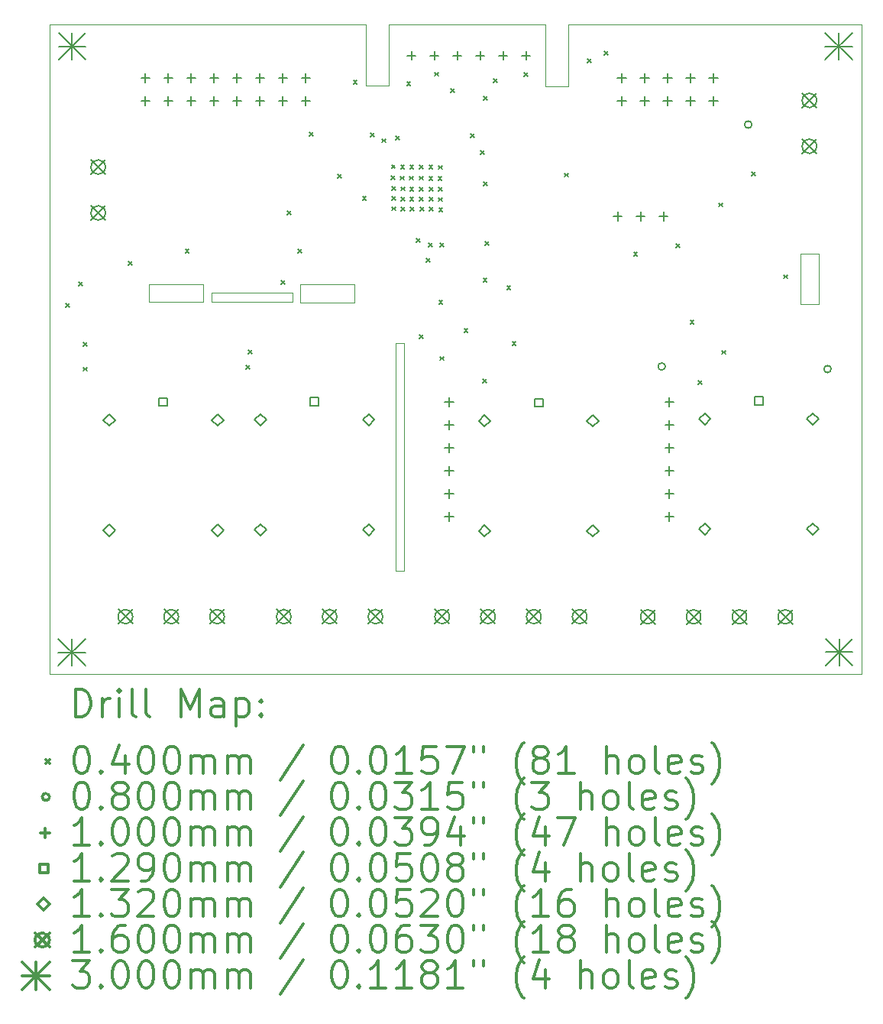
<source format=gbr>
%FSLAX45Y45*%
G04 Gerber Fmt 4.5, Leading zero omitted, Abs format (unit mm)*
G04 Created by KiCad (PCBNEW (5.1.10)-1) date 2021-12-03 15:52:53*
%MOMM*%
%LPD*%
G01*
G04 APERTURE LIST*
%TA.AperFunction,Profile*%
%ADD10C,0.050000*%
%TD*%
%ADD11C,0.200000*%
%ADD12C,0.300000*%
G04 APERTURE END LIST*
D10*
X15750960Y-4701000D02*
X19000000Y-4700000D01*
X10000000Y-4700000D02*
X13500960Y-4701000D01*
X12694000Y-7772000D02*
X11794000Y-7772000D01*
X12694000Y-7672000D02*
X12694000Y-7772000D01*
X11794000Y-7672000D02*
X12694000Y-7672000D01*
X11794000Y-7772000D02*
X11794000Y-7672000D01*
X13832000Y-8230000D02*
X13932000Y-8230000D01*
X13832000Y-10750000D02*
X13832000Y-10550000D01*
X13932000Y-10750000D02*
X13832000Y-10750000D01*
X13932000Y-8230000D02*
X13932000Y-10750000D01*
X13832000Y-10550000D02*
X13832000Y-8230000D01*
X12781000Y-7577000D02*
X13381000Y-7577000D01*
X13381000Y-7777000D02*
X12781000Y-7777000D01*
X13381000Y-7577000D02*
X13381000Y-7777000D01*
X12781000Y-7777000D02*
X12781000Y-7577000D01*
X11103000Y-7575000D02*
X11703000Y-7575000D01*
X11703000Y-7775000D02*
X11103000Y-7775000D01*
X11703000Y-7575000D02*
X11703000Y-7775000D01*
X11103000Y-7775000D02*
X11103000Y-7575000D01*
X18525000Y-7801000D02*
X18325000Y-7801000D01*
X18526000Y-7243000D02*
X18525000Y-7801000D01*
X18326000Y-7243000D02*
X18526000Y-7243000D01*
X18325000Y-7801000D02*
X18326000Y-7243000D01*
X15497000Y-5381000D02*
X15496960Y-4700060D01*
X15750960Y-4701000D02*
X15750960Y-5381000D01*
X13754960Y-4700060D02*
X13754960Y-5380060D01*
X13754960Y-5380060D02*
X13500960Y-5380060D01*
X15750960Y-5381000D02*
X15497000Y-5381000D01*
X15496960Y-4700060D02*
X13754960Y-4700060D01*
X13500960Y-5380060D02*
X13500960Y-4701000D01*
X10000000Y-11900000D02*
X19000000Y-11900000D01*
X19000000Y-11900000D02*
X19000000Y-4700000D01*
X10000000Y-11900000D02*
X10000000Y-4700000D01*
D11*
X10178100Y-7790500D02*
X10218100Y-7830500D01*
X10218100Y-7790500D02*
X10178100Y-7830500D01*
X10325260Y-7551740D02*
X10365260Y-7591740D01*
X10365260Y-7551740D02*
X10325260Y-7591740D01*
X10371000Y-8222000D02*
X10411000Y-8262000D01*
X10411000Y-8222000D02*
X10371000Y-8262000D01*
X10371000Y-8497000D02*
X10411000Y-8537000D01*
X10411000Y-8497000D02*
X10371000Y-8537000D01*
X10875330Y-7323140D02*
X10915330Y-7363140D01*
X10915330Y-7323140D02*
X10875330Y-7363140D01*
X11502710Y-7188520D02*
X11542710Y-7228520D01*
X11542710Y-7188520D02*
X11502710Y-7228520D01*
X12176240Y-8478000D02*
X12216240Y-8518000D01*
X12216240Y-8478000D02*
X12176240Y-8518000D01*
X12200000Y-8305000D02*
X12240000Y-8345000D01*
X12240000Y-8305000D02*
X12200000Y-8345000D01*
X12565700Y-7539040D02*
X12605700Y-7579040D01*
X12605700Y-7539040D02*
X12565700Y-7579040D01*
X12636820Y-6766880D02*
X12676820Y-6806880D01*
X12676820Y-6766880D02*
X12636820Y-6806880D01*
X12753660Y-7191060D02*
X12793660Y-7231060D01*
X12793660Y-7191060D02*
X12753660Y-7231060D01*
X12878120Y-5893120D02*
X12918120Y-5933120D01*
X12918120Y-5893120D02*
X12878120Y-5933120D01*
X13190000Y-6362000D02*
X13230000Y-6402000D01*
X13230000Y-6362000D02*
X13190000Y-6402000D01*
X13367000Y-5316000D02*
X13407000Y-5356000D01*
X13407000Y-5316000D02*
X13367000Y-5356000D01*
X13467000Y-6608000D02*
X13507000Y-6648000D01*
X13507000Y-6608000D02*
X13467000Y-6648000D01*
X13560000Y-5900000D02*
X13600000Y-5940000D01*
X13600000Y-5900000D02*
X13560000Y-5940000D01*
X13685840Y-5966780D02*
X13725840Y-6006780D01*
X13725840Y-5966780D02*
X13685840Y-6006780D01*
X13788000Y-6377000D02*
X13828000Y-6417000D01*
X13828000Y-6377000D02*
X13788000Y-6417000D01*
X13789000Y-6253000D02*
X13829000Y-6293000D01*
X13829000Y-6253000D02*
X13789000Y-6293000D01*
X13791000Y-6496000D02*
X13831000Y-6536000D01*
X13831000Y-6496000D02*
X13791000Y-6536000D01*
X13791000Y-6608000D02*
X13831000Y-6648000D01*
X13831000Y-6608000D02*
X13791000Y-6648000D01*
X13795000Y-6720000D02*
X13835000Y-6760000D01*
X13835000Y-6720000D02*
X13795000Y-6760000D01*
X13836000Y-5936000D02*
X13876000Y-5976000D01*
X13876000Y-5936000D02*
X13836000Y-5976000D01*
X13890000Y-6380000D02*
X13930000Y-6420000D01*
X13930000Y-6380000D02*
X13890000Y-6420000D01*
X13891000Y-6256000D02*
X13931000Y-6296000D01*
X13931000Y-6256000D02*
X13891000Y-6296000D01*
X13893000Y-6499000D02*
X13933000Y-6539000D01*
X13933000Y-6499000D02*
X13893000Y-6539000D01*
X13893000Y-6611000D02*
X13933000Y-6651000D01*
X13933000Y-6611000D02*
X13893000Y-6651000D01*
X13897000Y-6723000D02*
X13937000Y-6763000D01*
X13937000Y-6723000D02*
X13897000Y-6763000D01*
X13960000Y-5334000D02*
X14000000Y-5374000D01*
X14000000Y-5334000D02*
X13960000Y-5374000D01*
X13991000Y-6382000D02*
X14031000Y-6422000D01*
X14031000Y-6382000D02*
X13991000Y-6422000D01*
X13992000Y-6258000D02*
X14032000Y-6298000D01*
X14032000Y-6258000D02*
X13992000Y-6298000D01*
X13994000Y-6501000D02*
X14034000Y-6541000D01*
X14034000Y-6501000D02*
X13994000Y-6541000D01*
X13994000Y-6613000D02*
X14034000Y-6653000D01*
X14034000Y-6613000D02*
X13994000Y-6653000D01*
X13998000Y-6725000D02*
X14038000Y-6765000D01*
X14038000Y-6725000D02*
X13998000Y-6765000D01*
X14063000Y-7072000D02*
X14103000Y-7112000D01*
X14103000Y-7072000D02*
X14063000Y-7112000D01*
X14096050Y-8135940D02*
X14136050Y-8175940D01*
X14136050Y-8135940D02*
X14096050Y-8175940D01*
X14098000Y-6382000D02*
X14138000Y-6422000D01*
X14138000Y-6382000D02*
X14098000Y-6422000D01*
X14099000Y-6258000D02*
X14139000Y-6298000D01*
X14139000Y-6258000D02*
X14099000Y-6298000D01*
X14101000Y-6501000D02*
X14141000Y-6541000D01*
X14141000Y-6501000D02*
X14101000Y-6541000D01*
X14101000Y-6613000D02*
X14141000Y-6653000D01*
X14141000Y-6613000D02*
X14101000Y-6653000D01*
X14105000Y-6725000D02*
X14145000Y-6765000D01*
X14145000Y-6725000D02*
X14105000Y-6765000D01*
X14175000Y-7294000D02*
X14215000Y-7334000D01*
X14215000Y-7294000D02*
X14175000Y-7334000D01*
X14203000Y-7125000D02*
X14243000Y-7165000D01*
X14243000Y-7125000D02*
X14203000Y-7165000D01*
X14204000Y-6384000D02*
X14244000Y-6424000D01*
X14244000Y-6384000D02*
X14204000Y-6424000D01*
X14205000Y-6260000D02*
X14245000Y-6300000D01*
X14245000Y-6260000D02*
X14205000Y-6300000D01*
X14207000Y-6503000D02*
X14247000Y-6543000D01*
X14247000Y-6503000D02*
X14207000Y-6543000D01*
X14207000Y-6615000D02*
X14247000Y-6655000D01*
X14247000Y-6615000D02*
X14207000Y-6655000D01*
X14211000Y-6727000D02*
X14251000Y-6767000D01*
X14251000Y-6727000D02*
X14211000Y-6767000D01*
X14270000Y-5229000D02*
X14310000Y-5269000D01*
X14310000Y-5229000D02*
X14270000Y-5269000D01*
X14307000Y-6387000D02*
X14347000Y-6427000D01*
X14347000Y-6387000D02*
X14307000Y-6427000D01*
X14308000Y-6263000D02*
X14348000Y-6303000D01*
X14348000Y-6263000D02*
X14308000Y-6303000D01*
X14310000Y-6506000D02*
X14350000Y-6546000D01*
X14350000Y-6506000D02*
X14310000Y-6546000D01*
X14310000Y-6618000D02*
X14350000Y-6658000D01*
X14350000Y-6618000D02*
X14310000Y-6658000D01*
X14314000Y-6730000D02*
X14354000Y-6770000D01*
X14354000Y-6730000D02*
X14314000Y-6770000D01*
X14315760Y-7757480D02*
X14355760Y-7797480D01*
X14355760Y-7757480D02*
X14315760Y-7797480D01*
X14325920Y-8378510D02*
X14365920Y-8418510D01*
X14365920Y-8378510D02*
X14325920Y-8418510D01*
X14329000Y-7122000D02*
X14369000Y-7162000D01*
X14369000Y-7122000D02*
X14329000Y-7162000D01*
X14446000Y-5409000D02*
X14486000Y-5449000D01*
X14486000Y-5409000D02*
X14446000Y-5449000D01*
X14594000Y-8069000D02*
X14634000Y-8109000D01*
X14634000Y-8069000D02*
X14594000Y-8109000D01*
X14666280Y-5913440D02*
X14706280Y-5953440D01*
X14706280Y-5913440D02*
X14666280Y-5953440D01*
X14775000Y-6095000D02*
X14815000Y-6135000D01*
X14815000Y-6095000D02*
X14775000Y-6135000D01*
X14803440Y-8628700D02*
X14843440Y-8668700D01*
X14843440Y-8628700D02*
X14803440Y-8668700D01*
X14805500Y-7512500D02*
X14845500Y-7552500D01*
X14845500Y-7512500D02*
X14805500Y-7552500D01*
X14807000Y-5498000D02*
X14847000Y-5538000D01*
X14847000Y-5498000D02*
X14807000Y-5538000D01*
X14808000Y-6447000D02*
X14848000Y-6487000D01*
X14848000Y-6447000D02*
X14808000Y-6487000D01*
X14828000Y-7104000D02*
X14868000Y-7144000D01*
X14868000Y-7104000D02*
X14828000Y-7144000D01*
X14921000Y-5303000D02*
X14961000Y-5343000D01*
X14961000Y-5303000D02*
X14921000Y-5343000D01*
X15068000Y-7598000D02*
X15108000Y-7638000D01*
X15108000Y-7598000D02*
X15068000Y-7638000D01*
X15127000Y-8215000D02*
X15167000Y-8255000D01*
X15167000Y-8215000D02*
X15127000Y-8255000D01*
X15259000Y-5233000D02*
X15299000Y-5273000D01*
X15299000Y-5233000D02*
X15259000Y-5273000D01*
X15705000Y-6348000D02*
X15745000Y-6388000D01*
X15745000Y-6348000D02*
X15705000Y-6388000D01*
X15962000Y-5082000D02*
X16002000Y-5122000D01*
X16002000Y-5082000D02*
X15962000Y-5122000D01*
X16148000Y-4995000D02*
X16188000Y-5035000D01*
X16188000Y-4995000D02*
X16148000Y-5035000D01*
X16473000Y-7224000D02*
X16513000Y-7264000D01*
X16513000Y-7224000D02*
X16473000Y-7264000D01*
X16942120Y-7130100D02*
X16982120Y-7170100D01*
X16982120Y-7130100D02*
X16942120Y-7170100D01*
X17099600Y-7978460D02*
X17139600Y-8018460D01*
X17139600Y-7978460D02*
X17099600Y-8018460D01*
X17190000Y-8643000D02*
X17230000Y-8683000D01*
X17230000Y-8643000D02*
X17190000Y-8683000D01*
X17418620Y-6678230D02*
X17458620Y-6718230D01*
X17458620Y-6678230D02*
X17418620Y-6718230D01*
X17454000Y-8311000D02*
X17494000Y-8351000D01*
X17494000Y-8311000D02*
X17454000Y-8351000D01*
X17784130Y-6332540D02*
X17824130Y-6372540D01*
X17824130Y-6332540D02*
X17784130Y-6372540D01*
X18135920Y-7473000D02*
X18175920Y-7513000D01*
X18175920Y-7473000D02*
X18135920Y-7513000D01*
X16824320Y-8488680D02*
G75*
G03*
X16824320Y-8488680I-40000J0D01*
G01*
X17782000Y-5809000D02*
G75*
G03*
X17782000Y-5809000I-40000J0D01*
G01*
X18662000Y-8517000D02*
G75*
G03*
X18662000Y-8517000I-40000J0D01*
G01*
X11062000Y-5240000D02*
X11062000Y-5340000D01*
X11012000Y-5290000D02*
X11112000Y-5290000D01*
X11062000Y-5494000D02*
X11062000Y-5594000D01*
X11012000Y-5544000D02*
X11112000Y-5544000D01*
X11316000Y-5240000D02*
X11316000Y-5340000D01*
X11266000Y-5290000D02*
X11366000Y-5290000D01*
X11316000Y-5494000D02*
X11316000Y-5594000D01*
X11266000Y-5544000D02*
X11366000Y-5544000D01*
X11570000Y-5240000D02*
X11570000Y-5340000D01*
X11520000Y-5290000D02*
X11620000Y-5290000D01*
X11570000Y-5494000D02*
X11570000Y-5594000D01*
X11520000Y-5544000D02*
X11620000Y-5544000D01*
X11824000Y-5240000D02*
X11824000Y-5340000D01*
X11774000Y-5290000D02*
X11874000Y-5290000D01*
X11824000Y-5494000D02*
X11824000Y-5594000D01*
X11774000Y-5544000D02*
X11874000Y-5544000D01*
X12078000Y-5240000D02*
X12078000Y-5340000D01*
X12028000Y-5290000D02*
X12128000Y-5290000D01*
X12078000Y-5494000D02*
X12078000Y-5594000D01*
X12028000Y-5544000D02*
X12128000Y-5544000D01*
X12332000Y-5240000D02*
X12332000Y-5340000D01*
X12282000Y-5290000D02*
X12382000Y-5290000D01*
X12332000Y-5494000D02*
X12332000Y-5594000D01*
X12282000Y-5544000D02*
X12382000Y-5544000D01*
X12586000Y-5240000D02*
X12586000Y-5340000D01*
X12536000Y-5290000D02*
X12636000Y-5290000D01*
X12586000Y-5494000D02*
X12586000Y-5594000D01*
X12536000Y-5544000D02*
X12636000Y-5544000D01*
X12840000Y-5240000D02*
X12840000Y-5340000D01*
X12790000Y-5290000D02*
X12890000Y-5290000D01*
X12840000Y-5494000D02*
X12840000Y-5594000D01*
X12790000Y-5544000D02*
X12890000Y-5544000D01*
X14008960Y-4993000D02*
X14008960Y-5093000D01*
X13958960Y-5043000D02*
X14058960Y-5043000D01*
X14262960Y-4993000D02*
X14262960Y-5093000D01*
X14212960Y-5043000D02*
X14312960Y-5043000D01*
X14430000Y-8830000D02*
X14430000Y-8930000D01*
X14380000Y-8880000D02*
X14480000Y-8880000D01*
X14430000Y-9084000D02*
X14430000Y-9184000D01*
X14380000Y-9134000D02*
X14480000Y-9134000D01*
X14430000Y-9338000D02*
X14430000Y-9438000D01*
X14380000Y-9388000D02*
X14480000Y-9388000D01*
X14430000Y-9592000D02*
X14430000Y-9692000D01*
X14380000Y-9642000D02*
X14480000Y-9642000D01*
X14430000Y-9846000D02*
X14430000Y-9946000D01*
X14380000Y-9896000D02*
X14480000Y-9896000D01*
X14430000Y-10100000D02*
X14430000Y-10200000D01*
X14380000Y-10150000D02*
X14480000Y-10150000D01*
X14516960Y-4993000D02*
X14516960Y-5093000D01*
X14466960Y-5043000D02*
X14566960Y-5043000D01*
X14770960Y-4993000D02*
X14770960Y-5093000D01*
X14720960Y-5043000D02*
X14820960Y-5043000D01*
X15024960Y-4993000D02*
X15024960Y-5093000D01*
X14974960Y-5043000D02*
X15074960Y-5043000D01*
X15278960Y-4993000D02*
X15278960Y-5093000D01*
X15228960Y-5043000D02*
X15328960Y-5043000D01*
X16295000Y-6776500D02*
X16295000Y-6876500D01*
X16245000Y-6826500D02*
X16345000Y-6826500D01*
X16344000Y-5240000D02*
X16344000Y-5340000D01*
X16294000Y-5290000D02*
X16394000Y-5290000D01*
X16344000Y-5494000D02*
X16344000Y-5594000D01*
X16294000Y-5544000D02*
X16394000Y-5544000D01*
X16549000Y-6776500D02*
X16549000Y-6876500D01*
X16499000Y-6826500D02*
X16599000Y-6826500D01*
X16598000Y-5240000D02*
X16598000Y-5340000D01*
X16548000Y-5290000D02*
X16648000Y-5290000D01*
X16598000Y-5494000D02*
X16598000Y-5594000D01*
X16548000Y-5544000D02*
X16648000Y-5544000D01*
X16803000Y-6776500D02*
X16803000Y-6876500D01*
X16753000Y-6826500D02*
X16853000Y-6826500D01*
X16852000Y-5240000D02*
X16852000Y-5340000D01*
X16802000Y-5290000D02*
X16902000Y-5290000D01*
X16852000Y-5494000D02*
X16852000Y-5594000D01*
X16802000Y-5544000D02*
X16902000Y-5544000D01*
X16870000Y-8830000D02*
X16870000Y-8930000D01*
X16820000Y-8880000D02*
X16920000Y-8880000D01*
X16870000Y-9084000D02*
X16870000Y-9184000D01*
X16820000Y-9134000D02*
X16920000Y-9134000D01*
X16870000Y-9338000D02*
X16870000Y-9438000D01*
X16820000Y-9388000D02*
X16920000Y-9388000D01*
X16870000Y-9592000D02*
X16870000Y-9692000D01*
X16820000Y-9642000D02*
X16920000Y-9642000D01*
X16870000Y-9846000D02*
X16870000Y-9946000D01*
X16820000Y-9896000D02*
X16920000Y-9896000D01*
X16870000Y-10100000D02*
X16870000Y-10200000D01*
X16820000Y-10150000D02*
X16920000Y-10150000D01*
X17106000Y-5240000D02*
X17106000Y-5340000D01*
X17056000Y-5290000D02*
X17156000Y-5290000D01*
X17106000Y-5494000D02*
X17106000Y-5594000D01*
X17056000Y-5544000D02*
X17156000Y-5544000D01*
X17360000Y-5240000D02*
X17360000Y-5340000D01*
X17310000Y-5290000D02*
X17410000Y-5290000D01*
X17360000Y-5494000D02*
X17360000Y-5594000D01*
X17310000Y-5544000D02*
X17410000Y-5544000D01*
X11305609Y-8927609D02*
X11305609Y-8836391D01*
X11214391Y-8836391D01*
X11214391Y-8927609D01*
X11305609Y-8927609D01*
X12981609Y-8925609D02*
X12981609Y-8834391D01*
X12890391Y-8834391D01*
X12890391Y-8925609D01*
X12981609Y-8925609D01*
X15465609Y-8935609D02*
X15465609Y-8844391D01*
X15374391Y-8844391D01*
X15374391Y-8935609D01*
X15465609Y-8935609D01*
X17905609Y-8916609D02*
X17905609Y-8825391D01*
X17814391Y-8825391D01*
X17814391Y-8916609D01*
X17905609Y-8916609D01*
X10660000Y-9148000D02*
X10726000Y-9082000D01*
X10660000Y-9016000D01*
X10594000Y-9082000D01*
X10660000Y-9148000D01*
X10660000Y-10368000D02*
X10726000Y-10302000D01*
X10660000Y-10236000D01*
X10594000Y-10302000D01*
X10660000Y-10368000D01*
X11860000Y-9148000D02*
X11926000Y-9082000D01*
X11860000Y-9016000D01*
X11794000Y-9082000D01*
X11860000Y-9148000D01*
X11860000Y-10368000D02*
X11926000Y-10302000D01*
X11860000Y-10236000D01*
X11794000Y-10302000D01*
X11860000Y-10368000D01*
X12336000Y-9146000D02*
X12402000Y-9080000D01*
X12336000Y-9014000D01*
X12270000Y-9080000D01*
X12336000Y-9146000D01*
X12336000Y-10366000D02*
X12402000Y-10300000D01*
X12336000Y-10234000D01*
X12270000Y-10300000D01*
X12336000Y-10366000D01*
X13536000Y-9146000D02*
X13602000Y-9080000D01*
X13536000Y-9014000D01*
X13470000Y-9080000D01*
X13536000Y-9146000D01*
X13536000Y-10366000D02*
X13602000Y-10300000D01*
X13536000Y-10234000D01*
X13470000Y-10300000D01*
X13536000Y-10366000D01*
X14820000Y-9156000D02*
X14886000Y-9090000D01*
X14820000Y-9024000D01*
X14754000Y-9090000D01*
X14820000Y-9156000D01*
X14820000Y-10376000D02*
X14886000Y-10310000D01*
X14820000Y-10244000D01*
X14754000Y-10310000D01*
X14820000Y-10376000D01*
X16020000Y-9156000D02*
X16086000Y-9090000D01*
X16020000Y-9024000D01*
X15954000Y-9090000D01*
X16020000Y-9156000D01*
X16020000Y-10376000D02*
X16086000Y-10310000D01*
X16020000Y-10244000D01*
X15954000Y-10310000D01*
X16020000Y-10376000D01*
X17260000Y-9137000D02*
X17326000Y-9071000D01*
X17260000Y-9005000D01*
X17194000Y-9071000D01*
X17260000Y-9137000D01*
X17260000Y-10357000D02*
X17326000Y-10291000D01*
X17260000Y-10225000D01*
X17194000Y-10291000D01*
X17260000Y-10357000D01*
X18460000Y-9137000D02*
X18526000Y-9071000D01*
X18460000Y-9005000D01*
X18394000Y-9071000D01*
X18460000Y-9137000D01*
X18460000Y-10357000D02*
X18526000Y-10291000D01*
X18460000Y-10225000D01*
X18394000Y-10291000D01*
X18460000Y-10357000D01*
X10458000Y-6198880D02*
X10618000Y-6358880D01*
X10618000Y-6198880D02*
X10458000Y-6358880D01*
X10618000Y-6278880D02*
G75*
G03*
X10618000Y-6278880I-80000J0D01*
G01*
X10458000Y-6706880D02*
X10618000Y-6866880D01*
X10618000Y-6706880D02*
X10458000Y-6866880D01*
X10618000Y-6786880D02*
G75*
G03*
X10618000Y-6786880I-80000J0D01*
G01*
X10760000Y-11180000D02*
X10920000Y-11340000D01*
X10920000Y-11180000D02*
X10760000Y-11340000D01*
X10920000Y-11260000D02*
G75*
G03*
X10920000Y-11260000I-80000J0D01*
G01*
X11268000Y-11180000D02*
X11428000Y-11340000D01*
X11428000Y-11180000D02*
X11268000Y-11340000D01*
X11428000Y-11260000D02*
G75*
G03*
X11428000Y-11260000I-80000J0D01*
G01*
X11776000Y-11180000D02*
X11936000Y-11340000D01*
X11936000Y-11180000D02*
X11776000Y-11340000D01*
X11936000Y-11260000D02*
G75*
G03*
X11936000Y-11260000I-80000J0D01*
G01*
X12515000Y-11180000D02*
X12675000Y-11340000D01*
X12675000Y-11180000D02*
X12515000Y-11340000D01*
X12675000Y-11260000D02*
G75*
G03*
X12675000Y-11260000I-80000J0D01*
G01*
X13023000Y-11180000D02*
X13183000Y-11340000D01*
X13183000Y-11180000D02*
X13023000Y-11340000D01*
X13183000Y-11260000D02*
G75*
G03*
X13183000Y-11260000I-80000J0D01*
G01*
X13531000Y-11180000D02*
X13691000Y-11340000D01*
X13691000Y-11180000D02*
X13531000Y-11340000D01*
X13691000Y-11260000D02*
G75*
G03*
X13691000Y-11260000I-80000J0D01*
G01*
X14270000Y-11180000D02*
X14430000Y-11340000D01*
X14430000Y-11180000D02*
X14270000Y-11340000D01*
X14430000Y-11260000D02*
G75*
G03*
X14430000Y-11260000I-80000J0D01*
G01*
X14778000Y-11180000D02*
X14938000Y-11340000D01*
X14938000Y-11180000D02*
X14778000Y-11340000D01*
X14938000Y-11260000D02*
G75*
G03*
X14938000Y-11260000I-80000J0D01*
G01*
X15286000Y-11180000D02*
X15446000Y-11340000D01*
X15446000Y-11180000D02*
X15286000Y-11340000D01*
X15446000Y-11260000D02*
G75*
G03*
X15446000Y-11260000I-80000J0D01*
G01*
X15794000Y-11180000D02*
X15954000Y-11340000D01*
X15954000Y-11180000D02*
X15794000Y-11340000D01*
X15954000Y-11260000D02*
G75*
G03*
X15954000Y-11260000I-80000J0D01*
G01*
X16550000Y-11182000D02*
X16710000Y-11342000D01*
X16710000Y-11182000D02*
X16550000Y-11342000D01*
X16710000Y-11262000D02*
G75*
G03*
X16710000Y-11262000I-80000J0D01*
G01*
X17058000Y-11182000D02*
X17218000Y-11342000D01*
X17218000Y-11182000D02*
X17058000Y-11342000D01*
X17218000Y-11262000D02*
G75*
G03*
X17218000Y-11262000I-80000J0D01*
G01*
X17566000Y-11182000D02*
X17726000Y-11342000D01*
X17726000Y-11182000D02*
X17566000Y-11342000D01*
X17726000Y-11262000D02*
G75*
G03*
X17726000Y-11262000I-80000J0D01*
G01*
X18074000Y-11182000D02*
X18234000Y-11342000D01*
X18234000Y-11182000D02*
X18074000Y-11342000D01*
X18234000Y-11262000D02*
G75*
G03*
X18234000Y-11262000I-80000J0D01*
G01*
X18341000Y-5461000D02*
X18501000Y-5621000D01*
X18501000Y-5461000D02*
X18341000Y-5621000D01*
X18501000Y-5541000D02*
G75*
G03*
X18501000Y-5541000I-80000J0D01*
G01*
X18341000Y-5969000D02*
X18501000Y-6129000D01*
X18501000Y-5969000D02*
X18341000Y-6129000D01*
X18501000Y-6049000D02*
G75*
G03*
X18501000Y-6049000I-80000J0D01*
G01*
X10094000Y-11507000D02*
X10394000Y-11807000D01*
X10394000Y-11507000D02*
X10094000Y-11807000D01*
X10244000Y-11507000D02*
X10244000Y-11807000D01*
X10094000Y-11657000D02*
X10394000Y-11657000D01*
X10099000Y-4792000D02*
X10399000Y-5092000D01*
X10399000Y-4792000D02*
X10099000Y-5092000D01*
X10249000Y-4792000D02*
X10249000Y-5092000D01*
X10099000Y-4942000D02*
X10399000Y-4942000D01*
X18596000Y-4793000D02*
X18896000Y-5093000D01*
X18896000Y-4793000D02*
X18596000Y-5093000D01*
X18746000Y-4793000D02*
X18746000Y-5093000D01*
X18596000Y-4943000D02*
X18896000Y-4943000D01*
X18602000Y-11503000D02*
X18902000Y-11803000D01*
X18902000Y-11503000D02*
X18602000Y-11803000D01*
X18752000Y-11503000D02*
X18752000Y-11803000D01*
X18602000Y-11653000D02*
X18902000Y-11653000D01*
D12*
X10283928Y-12368214D02*
X10283928Y-12068214D01*
X10355357Y-12068214D01*
X10398214Y-12082500D01*
X10426786Y-12111071D01*
X10441071Y-12139643D01*
X10455357Y-12196786D01*
X10455357Y-12239643D01*
X10441071Y-12296786D01*
X10426786Y-12325357D01*
X10398214Y-12353929D01*
X10355357Y-12368214D01*
X10283928Y-12368214D01*
X10583928Y-12368214D02*
X10583928Y-12168214D01*
X10583928Y-12225357D02*
X10598214Y-12196786D01*
X10612500Y-12182500D01*
X10641071Y-12168214D01*
X10669643Y-12168214D01*
X10769643Y-12368214D02*
X10769643Y-12168214D01*
X10769643Y-12068214D02*
X10755357Y-12082500D01*
X10769643Y-12096786D01*
X10783928Y-12082500D01*
X10769643Y-12068214D01*
X10769643Y-12096786D01*
X10955357Y-12368214D02*
X10926786Y-12353929D01*
X10912500Y-12325357D01*
X10912500Y-12068214D01*
X11112500Y-12368214D02*
X11083928Y-12353929D01*
X11069643Y-12325357D01*
X11069643Y-12068214D01*
X11455357Y-12368214D02*
X11455357Y-12068214D01*
X11555357Y-12282500D01*
X11655357Y-12068214D01*
X11655357Y-12368214D01*
X11926786Y-12368214D02*
X11926786Y-12211071D01*
X11912500Y-12182500D01*
X11883928Y-12168214D01*
X11826786Y-12168214D01*
X11798214Y-12182500D01*
X11926786Y-12353929D02*
X11898214Y-12368214D01*
X11826786Y-12368214D01*
X11798214Y-12353929D01*
X11783928Y-12325357D01*
X11783928Y-12296786D01*
X11798214Y-12268214D01*
X11826786Y-12253929D01*
X11898214Y-12253929D01*
X11926786Y-12239643D01*
X12069643Y-12168214D02*
X12069643Y-12468214D01*
X12069643Y-12182500D02*
X12098214Y-12168214D01*
X12155357Y-12168214D01*
X12183928Y-12182500D01*
X12198214Y-12196786D01*
X12212500Y-12225357D01*
X12212500Y-12311071D01*
X12198214Y-12339643D01*
X12183928Y-12353929D01*
X12155357Y-12368214D01*
X12098214Y-12368214D01*
X12069643Y-12353929D01*
X12341071Y-12339643D02*
X12355357Y-12353929D01*
X12341071Y-12368214D01*
X12326786Y-12353929D01*
X12341071Y-12339643D01*
X12341071Y-12368214D01*
X12341071Y-12182500D02*
X12355357Y-12196786D01*
X12341071Y-12211071D01*
X12326786Y-12196786D01*
X12341071Y-12182500D01*
X12341071Y-12211071D01*
X9957500Y-12842500D02*
X9997500Y-12882500D01*
X9997500Y-12842500D02*
X9957500Y-12882500D01*
X10341071Y-12698214D02*
X10369643Y-12698214D01*
X10398214Y-12712500D01*
X10412500Y-12726786D01*
X10426786Y-12755357D01*
X10441071Y-12812500D01*
X10441071Y-12883929D01*
X10426786Y-12941071D01*
X10412500Y-12969643D01*
X10398214Y-12983929D01*
X10369643Y-12998214D01*
X10341071Y-12998214D01*
X10312500Y-12983929D01*
X10298214Y-12969643D01*
X10283928Y-12941071D01*
X10269643Y-12883929D01*
X10269643Y-12812500D01*
X10283928Y-12755357D01*
X10298214Y-12726786D01*
X10312500Y-12712500D01*
X10341071Y-12698214D01*
X10569643Y-12969643D02*
X10583928Y-12983929D01*
X10569643Y-12998214D01*
X10555357Y-12983929D01*
X10569643Y-12969643D01*
X10569643Y-12998214D01*
X10841071Y-12798214D02*
X10841071Y-12998214D01*
X10769643Y-12683929D02*
X10698214Y-12898214D01*
X10883928Y-12898214D01*
X11055357Y-12698214D02*
X11083928Y-12698214D01*
X11112500Y-12712500D01*
X11126786Y-12726786D01*
X11141071Y-12755357D01*
X11155357Y-12812500D01*
X11155357Y-12883929D01*
X11141071Y-12941071D01*
X11126786Y-12969643D01*
X11112500Y-12983929D01*
X11083928Y-12998214D01*
X11055357Y-12998214D01*
X11026786Y-12983929D01*
X11012500Y-12969643D01*
X10998214Y-12941071D01*
X10983928Y-12883929D01*
X10983928Y-12812500D01*
X10998214Y-12755357D01*
X11012500Y-12726786D01*
X11026786Y-12712500D01*
X11055357Y-12698214D01*
X11341071Y-12698214D02*
X11369643Y-12698214D01*
X11398214Y-12712500D01*
X11412500Y-12726786D01*
X11426786Y-12755357D01*
X11441071Y-12812500D01*
X11441071Y-12883929D01*
X11426786Y-12941071D01*
X11412500Y-12969643D01*
X11398214Y-12983929D01*
X11369643Y-12998214D01*
X11341071Y-12998214D01*
X11312500Y-12983929D01*
X11298214Y-12969643D01*
X11283928Y-12941071D01*
X11269643Y-12883929D01*
X11269643Y-12812500D01*
X11283928Y-12755357D01*
X11298214Y-12726786D01*
X11312500Y-12712500D01*
X11341071Y-12698214D01*
X11569643Y-12998214D02*
X11569643Y-12798214D01*
X11569643Y-12826786D02*
X11583928Y-12812500D01*
X11612500Y-12798214D01*
X11655357Y-12798214D01*
X11683928Y-12812500D01*
X11698214Y-12841071D01*
X11698214Y-12998214D01*
X11698214Y-12841071D02*
X11712500Y-12812500D01*
X11741071Y-12798214D01*
X11783928Y-12798214D01*
X11812500Y-12812500D01*
X11826786Y-12841071D01*
X11826786Y-12998214D01*
X11969643Y-12998214D02*
X11969643Y-12798214D01*
X11969643Y-12826786D02*
X11983928Y-12812500D01*
X12012500Y-12798214D01*
X12055357Y-12798214D01*
X12083928Y-12812500D01*
X12098214Y-12841071D01*
X12098214Y-12998214D01*
X12098214Y-12841071D02*
X12112500Y-12812500D01*
X12141071Y-12798214D01*
X12183928Y-12798214D01*
X12212500Y-12812500D01*
X12226786Y-12841071D01*
X12226786Y-12998214D01*
X12812500Y-12683929D02*
X12555357Y-13069643D01*
X13198214Y-12698214D02*
X13226786Y-12698214D01*
X13255357Y-12712500D01*
X13269643Y-12726786D01*
X13283928Y-12755357D01*
X13298214Y-12812500D01*
X13298214Y-12883929D01*
X13283928Y-12941071D01*
X13269643Y-12969643D01*
X13255357Y-12983929D01*
X13226786Y-12998214D01*
X13198214Y-12998214D01*
X13169643Y-12983929D01*
X13155357Y-12969643D01*
X13141071Y-12941071D01*
X13126786Y-12883929D01*
X13126786Y-12812500D01*
X13141071Y-12755357D01*
X13155357Y-12726786D01*
X13169643Y-12712500D01*
X13198214Y-12698214D01*
X13426786Y-12969643D02*
X13441071Y-12983929D01*
X13426786Y-12998214D01*
X13412500Y-12983929D01*
X13426786Y-12969643D01*
X13426786Y-12998214D01*
X13626786Y-12698214D02*
X13655357Y-12698214D01*
X13683928Y-12712500D01*
X13698214Y-12726786D01*
X13712500Y-12755357D01*
X13726786Y-12812500D01*
X13726786Y-12883929D01*
X13712500Y-12941071D01*
X13698214Y-12969643D01*
X13683928Y-12983929D01*
X13655357Y-12998214D01*
X13626786Y-12998214D01*
X13598214Y-12983929D01*
X13583928Y-12969643D01*
X13569643Y-12941071D01*
X13555357Y-12883929D01*
X13555357Y-12812500D01*
X13569643Y-12755357D01*
X13583928Y-12726786D01*
X13598214Y-12712500D01*
X13626786Y-12698214D01*
X14012500Y-12998214D02*
X13841071Y-12998214D01*
X13926786Y-12998214D02*
X13926786Y-12698214D01*
X13898214Y-12741071D01*
X13869643Y-12769643D01*
X13841071Y-12783929D01*
X14283928Y-12698214D02*
X14141071Y-12698214D01*
X14126786Y-12841071D01*
X14141071Y-12826786D01*
X14169643Y-12812500D01*
X14241071Y-12812500D01*
X14269643Y-12826786D01*
X14283928Y-12841071D01*
X14298214Y-12869643D01*
X14298214Y-12941071D01*
X14283928Y-12969643D01*
X14269643Y-12983929D01*
X14241071Y-12998214D01*
X14169643Y-12998214D01*
X14141071Y-12983929D01*
X14126786Y-12969643D01*
X14398214Y-12698214D02*
X14598214Y-12698214D01*
X14469643Y-12998214D01*
X14698214Y-12698214D02*
X14698214Y-12755357D01*
X14812500Y-12698214D02*
X14812500Y-12755357D01*
X15255357Y-13112500D02*
X15241071Y-13098214D01*
X15212500Y-13055357D01*
X15198214Y-13026786D01*
X15183928Y-12983929D01*
X15169643Y-12912500D01*
X15169643Y-12855357D01*
X15183928Y-12783929D01*
X15198214Y-12741071D01*
X15212500Y-12712500D01*
X15241071Y-12669643D01*
X15255357Y-12655357D01*
X15412500Y-12826786D02*
X15383928Y-12812500D01*
X15369643Y-12798214D01*
X15355357Y-12769643D01*
X15355357Y-12755357D01*
X15369643Y-12726786D01*
X15383928Y-12712500D01*
X15412500Y-12698214D01*
X15469643Y-12698214D01*
X15498214Y-12712500D01*
X15512500Y-12726786D01*
X15526786Y-12755357D01*
X15526786Y-12769643D01*
X15512500Y-12798214D01*
X15498214Y-12812500D01*
X15469643Y-12826786D01*
X15412500Y-12826786D01*
X15383928Y-12841071D01*
X15369643Y-12855357D01*
X15355357Y-12883929D01*
X15355357Y-12941071D01*
X15369643Y-12969643D01*
X15383928Y-12983929D01*
X15412500Y-12998214D01*
X15469643Y-12998214D01*
X15498214Y-12983929D01*
X15512500Y-12969643D01*
X15526786Y-12941071D01*
X15526786Y-12883929D01*
X15512500Y-12855357D01*
X15498214Y-12841071D01*
X15469643Y-12826786D01*
X15812500Y-12998214D02*
X15641071Y-12998214D01*
X15726786Y-12998214D02*
X15726786Y-12698214D01*
X15698214Y-12741071D01*
X15669643Y-12769643D01*
X15641071Y-12783929D01*
X16169643Y-12998214D02*
X16169643Y-12698214D01*
X16298214Y-12998214D02*
X16298214Y-12841071D01*
X16283928Y-12812500D01*
X16255357Y-12798214D01*
X16212500Y-12798214D01*
X16183928Y-12812500D01*
X16169643Y-12826786D01*
X16483928Y-12998214D02*
X16455357Y-12983929D01*
X16441071Y-12969643D01*
X16426786Y-12941071D01*
X16426786Y-12855357D01*
X16441071Y-12826786D01*
X16455357Y-12812500D01*
X16483928Y-12798214D01*
X16526786Y-12798214D01*
X16555357Y-12812500D01*
X16569643Y-12826786D01*
X16583928Y-12855357D01*
X16583928Y-12941071D01*
X16569643Y-12969643D01*
X16555357Y-12983929D01*
X16526786Y-12998214D01*
X16483928Y-12998214D01*
X16755357Y-12998214D02*
X16726786Y-12983929D01*
X16712500Y-12955357D01*
X16712500Y-12698214D01*
X16983928Y-12983929D02*
X16955357Y-12998214D01*
X16898214Y-12998214D01*
X16869643Y-12983929D01*
X16855357Y-12955357D01*
X16855357Y-12841071D01*
X16869643Y-12812500D01*
X16898214Y-12798214D01*
X16955357Y-12798214D01*
X16983928Y-12812500D01*
X16998214Y-12841071D01*
X16998214Y-12869643D01*
X16855357Y-12898214D01*
X17112500Y-12983929D02*
X17141071Y-12998214D01*
X17198214Y-12998214D01*
X17226786Y-12983929D01*
X17241071Y-12955357D01*
X17241071Y-12941071D01*
X17226786Y-12912500D01*
X17198214Y-12898214D01*
X17155357Y-12898214D01*
X17126786Y-12883929D01*
X17112500Y-12855357D01*
X17112500Y-12841071D01*
X17126786Y-12812500D01*
X17155357Y-12798214D01*
X17198214Y-12798214D01*
X17226786Y-12812500D01*
X17341071Y-13112500D02*
X17355357Y-13098214D01*
X17383928Y-13055357D01*
X17398214Y-13026786D01*
X17412500Y-12983929D01*
X17426786Y-12912500D01*
X17426786Y-12855357D01*
X17412500Y-12783929D01*
X17398214Y-12741071D01*
X17383928Y-12712500D01*
X17355357Y-12669643D01*
X17341071Y-12655357D01*
X9997500Y-13258500D02*
G75*
G03*
X9997500Y-13258500I-40000J0D01*
G01*
X10341071Y-13094214D02*
X10369643Y-13094214D01*
X10398214Y-13108500D01*
X10412500Y-13122786D01*
X10426786Y-13151357D01*
X10441071Y-13208500D01*
X10441071Y-13279929D01*
X10426786Y-13337071D01*
X10412500Y-13365643D01*
X10398214Y-13379929D01*
X10369643Y-13394214D01*
X10341071Y-13394214D01*
X10312500Y-13379929D01*
X10298214Y-13365643D01*
X10283928Y-13337071D01*
X10269643Y-13279929D01*
X10269643Y-13208500D01*
X10283928Y-13151357D01*
X10298214Y-13122786D01*
X10312500Y-13108500D01*
X10341071Y-13094214D01*
X10569643Y-13365643D02*
X10583928Y-13379929D01*
X10569643Y-13394214D01*
X10555357Y-13379929D01*
X10569643Y-13365643D01*
X10569643Y-13394214D01*
X10755357Y-13222786D02*
X10726786Y-13208500D01*
X10712500Y-13194214D01*
X10698214Y-13165643D01*
X10698214Y-13151357D01*
X10712500Y-13122786D01*
X10726786Y-13108500D01*
X10755357Y-13094214D01*
X10812500Y-13094214D01*
X10841071Y-13108500D01*
X10855357Y-13122786D01*
X10869643Y-13151357D01*
X10869643Y-13165643D01*
X10855357Y-13194214D01*
X10841071Y-13208500D01*
X10812500Y-13222786D01*
X10755357Y-13222786D01*
X10726786Y-13237071D01*
X10712500Y-13251357D01*
X10698214Y-13279929D01*
X10698214Y-13337071D01*
X10712500Y-13365643D01*
X10726786Y-13379929D01*
X10755357Y-13394214D01*
X10812500Y-13394214D01*
X10841071Y-13379929D01*
X10855357Y-13365643D01*
X10869643Y-13337071D01*
X10869643Y-13279929D01*
X10855357Y-13251357D01*
X10841071Y-13237071D01*
X10812500Y-13222786D01*
X11055357Y-13094214D02*
X11083928Y-13094214D01*
X11112500Y-13108500D01*
X11126786Y-13122786D01*
X11141071Y-13151357D01*
X11155357Y-13208500D01*
X11155357Y-13279929D01*
X11141071Y-13337071D01*
X11126786Y-13365643D01*
X11112500Y-13379929D01*
X11083928Y-13394214D01*
X11055357Y-13394214D01*
X11026786Y-13379929D01*
X11012500Y-13365643D01*
X10998214Y-13337071D01*
X10983928Y-13279929D01*
X10983928Y-13208500D01*
X10998214Y-13151357D01*
X11012500Y-13122786D01*
X11026786Y-13108500D01*
X11055357Y-13094214D01*
X11341071Y-13094214D02*
X11369643Y-13094214D01*
X11398214Y-13108500D01*
X11412500Y-13122786D01*
X11426786Y-13151357D01*
X11441071Y-13208500D01*
X11441071Y-13279929D01*
X11426786Y-13337071D01*
X11412500Y-13365643D01*
X11398214Y-13379929D01*
X11369643Y-13394214D01*
X11341071Y-13394214D01*
X11312500Y-13379929D01*
X11298214Y-13365643D01*
X11283928Y-13337071D01*
X11269643Y-13279929D01*
X11269643Y-13208500D01*
X11283928Y-13151357D01*
X11298214Y-13122786D01*
X11312500Y-13108500D01*
X11341071Y-13094214D01*
X11569643Y-13394214D02*
X11569643Y-13194214D01*
X11569643Y-13222786D02*
X11583928Y-13208500D01*
X11612500Y-13194214D01*
X11655357Y-13194214D01*
X11683928Y-13208500D01*
X11698214Y-13237071D01*
X11698214Y-13394214D01*
X11698214Y-13237071D02*
X11712500Y-13208500D01*
X11741071Y-13194214D01*
X11783928Y-13194214D01*
X11812500Y-13208500D01*
X11826786Y-13237071D01*
X11826786Y-13394214D01*
X11969643Y-13394214D02*
X11969643Y-13194214D01*
X11969643Y-13222786D02*
X11983928Y-13208500D01*
X12012500Y-13194214D01*
X12055357Y-13194214D01*
X12083928Y-13208500D01*
X12098214Y-13237071D01*
X12098214Y-13394214D01*
X12098214Y-13237071D02*
X12112500Y-13208500D01*
X12141071Y-13194214D01*
X12183928Y-13194214D01*
X12212500Y-13208500D01*
X12226786Y-13237071D01*
X12226786Y-13394214D01*
X12812500Y-13079929D02*
X12555357Y-13465643D01*
X13198214Y-13094214D02*
X13226786Y-13094214D01*
X13255357Y-13108500D01*
X13269643Y-13122786D01*
X13283928Y-13151357D01*
X13298214Y-13208500D01*
X13298214Y-13279929D01*
X13283928Y-13337071D01*
X13269643Y-13365643D01*
X13255357Y-13379929D01*
X13226786Y-13394214D01*
X13198214Y-13394214D01*
X13169643Y-13379929D01*
X13155357Y-13365643D01*
X13141071Y-13337071D01*
X13126786Y-13279929D01*
X13126786Y-13208500D01*
X13141071Y-13151357D01*
X13155357Y-13122786D01*
X13169643Y-13108500D01*
X13198214Y-13094214D01*
X13426786Y-13365643D02*
X13441071Y-13379929D01*
X13426786Y-13394214D01*
X13412500Y-13379929D01*
X13426786Y-13365643D01*
X13426786Y-13394214D01*
X13626786Y-13094214D02*
X13655357Y-13094214D01*
X13683928Y-13108500D01*
X13698214Y-13122786D01*
X13712500Y-13151357D01*
X13726786Y-13208500D01*
X13726786Y-13279929D01*
X13712500Y-13337071D01*
X13698214Y-13365643D01*
X13683928Y-13379929D01*
X13655357Y-13394214D01*
X13626786Y-13394214D01*
X13598214Y-13379929D01*
X13583928Y-13365643D01*
X13569643Y-13337071D01*
X13555357Y-13279929D01*
X13555357Y-13208500D01*
X13569643Y-13151357D01*
X13583928Y-13122786D01*
X13598214Y-13108500D01*
X13626786Y-13094214D01*
X13826786Y-13094214D02*
X14012500Y-13094214D01*
X13912500Y-13208500D01*
X13955357Y-13208500D01*
X13983928Y-13222786D01*
X13998214Y-13237071D01*
X14012500Y-13265643D01*
X14012500Y-13337071D01*
X13998214Y-13365643D01*
X13983928Y-13379929D01*
X13955357Y-13394214D01*
X13869643Y-13394214D01*
X13841071Y-13379929D01*
X13826786Y-13365643D01*
X14298214Y-13394214D02*
X14126786Y-13394214D01*
X14212500Y-13394214D02*
X14212500Y-13094214D01*
X14183928Y-13137071D01*
X14155357Y-13165643D01*
X14126786Y-13179929D01*
X14569643Y-13094214D02*
X14426786Y-13094214D01*
X14412500Y-13237071D01*
X14426786Y-13222786D01*
X14455357Y-13208500D01*
X14526786Y-13208500D01*
X14555357Y-13222786D01*
X14569643Y-13237071D01*
X14583928Y-13265643D01*
X14583928Y-13337071D01*
X14569643Y-13365643D01*
X14555357Y-13379929D01*
X14526786Y-13394214D01*
X14455357Y-13394214D01*
X14426786Y-13379929D01*
X14412500Y-13365643D01*
X14698214Y-13094214D02*
X14698214Y-13151357D01*
X14812500Y-13094214D02*
X14812500Y-13151357D01*
X15255357Y-13508500D02*
X15241071Y-13494214D01*
X15212500Y-13451357D01*
X15198214Y-13422786D01*
X15183928Y-13379929D01*
X15169643Y-13308500D01*
X15169643Y-13251357D01*
X15183928Y-13179929D01*
X15198214Y-13137071D01*
X15212500Y-13108500D01*
X15241071Y-13065643D01*
X15255357Y-13051357D01*
X15341071Y-13094214D02*
X15526786Y-13094214D01*
X15426786Y-13208500D01*
X15469643Y-13208500D01*
X15498214Y-13222786D01*
X15512500Y-13237071D01*
X15526786Y-13265643D01*
X15526786Y-13337071D01*
X15512500Y-13365643D01*
X15498214Y-13379929D01*
X15469643Y-13394214D01*
X15383928Y-13394214D01*
X15355357Y-13379929D01*
X15341071Y-13365643D01*
X15883928Y-13394214D02*
X15883928Y-13094214D01*
X16012500Y-13394214D02*
X16012500Y-13237071D01*
X15998214Y-13208500D01*
X15969643Y-13194214D01*
X15926786Y-13194214D01*
X15898214Y-13208500D01*
X15883928Y-13222786D01*
X16198214Y-13394214D02*
X16169643Y-13379929D01*
X16155357Y-13365643D01*
X16141071Y-13337071D01*
X16141071Y-13251357D01*
X16155357Y-13222786D01*
X16169643Y-13208500D01*
X16198214Y-13194214D01*
X16241071Y-13194214D01*
X16269643Y-13208500D01*
X16283928Y-13222786D01*
X16298214Y-13251357D01*
X16298214Y-13337071D01*
X16283928Y-13365643D01*
X16269643Y-13379929D01*
X16241071Y-13394214D01*
X16198214Y-13394214D01*
X16469643Y-13394214D02*
X16441071Y-13379929D01*
X16426786Y-13351357D01*
X16426786Y-13094214D01*
X16698214Y-13379929D02*
X16669643Y-13394214D01*
X16612500Y-13394214D01*
X16583928Y-13379929D01*
X16569643Y-13351357D01*
X16569643Y-13237071D01*
X16583928Y-13208500D01*
X16612500Y-13194214D01*
X16669643Y-13194214D01*
X16698214Y-13208500D01*
X16712500Y-13237071D01*
X16712500Y-13265643D01*
X16569643Y-13294214D01*
X16826786Y-13379929D02*
X16855357Y-13394214D01*
X16912500Y-13394214D01*
X16941071Y-13379929D01*
X16955357Y-13351357D01*
X16955357Y-13337071D01*
X16941071Y-13308500D01*
X16912500Y-13294214D01*
X16869643Y-13294214D01*
X16841071Y-13279929D01*
X16826786Y-13251357D01*
X16826786Y-13237071D01*
X16841071Y-13208500D01*
X16869643Y-13194214D01*
X16912500Y-13194214D01*
X16941071Y-13208500D01*
X17055357Y-13508500D02*
X17069643Y-13494214D01*
X17098214Y-13451357D01*
X17112500Y-13422786D01*
X17126786Y-13379929D01*
X17141071Y-13308500D01*
X17141071Y-13251357D01*
X17126786Y-13179929D01*
X17112500Y-13137071D01*
X17098214Y-13108500D01*
X17069643Y-13065643D01*
X17055357Y-13051357D01*
X9947500Y-13604500D02*
X9947500Y-13704500D01*
X9897500Y-13654500D02*
X9997500Y-13654500D01*
X10441071Y-13790214D02*
X10269643Y-13790214D01*
X10355357Y-13790214D02*
X10355357Y-13490214D01*
X10326786Y-13533071D01*
X10298214Y-13561643D01*
X10269643Y-13575929D01*
X10569643Y-13761643D02*
X10583928Y-13775929D01*
X10569643Y-13790214D01*
X10555357Y-13775929D01*
X10569643Y-13761643D01*
X10569643Y-13790214D01*
X10769643Y-13490214D02*
X10798214Y-13490214D01*
X10826786Y-13504500D01*
X10841071Y-13518786D01*
X10855357Y-13547357D01*
X10869643Y-13604500D01*
X10869643Y-13675929D01*
X10855357Y-13733071D01*
X10841071Y-13761643D01*
X10826786Y-13775929D01*
X10798214Y-13790214D01*
X10769643Y-13790214D01*
X10741071Y-13775929D01*
X10726786Y-13761643D01*
X10712500Y-13733071D01*
X10698214Y-13675929D01*
X10698214Y-13604500D01*
X10712500Y-13547357D01*
X10726786Y-13518786D01*
X10741071Y-13504500D01*
X10769643Y-13490214D01*
X11055357Y-13490214D02*
X11083928Y-13490214D01*
X11112500Y-13504500D01*
X11126786Y-13518786D01*
X11141071Y-13547357D01*
X11155357Y-13604500D01*
X11155357Y-13675929D01*
X11141071Y-13733071D01*
X11126786Y-13761643D01*
X11112500Y-13775929D01*
X11083928Y-13790214D01*
X11055357Y-13790214D01*
X11026786Y-13775929D01*
X11012500Y-13761643D01*
X10998214Y-13733071D01*
X10983928Y-13675929D01*
X10983928Y-13604500D01*
X10998214Y-13547357D01*
X11012500Y-13518786D01*
X11026786Y-13504500D01*
X11055357Y-13490214D01*
X11341071Y-13490214D02*
X11369643Y-13490214D01*
X11398214Y-13504500D01*
X11412500Y-13518786D01*
X11426786Y-13547357D01*
X11441071Y-13604500D01*
X11441071Y-13675929D01*
X11426786Y-13733071D01*
X11412500Y-13761643D01*
X11398214Y-13775929D01*
X11369643Y-13790214D01*
X11341071Y-13790214D01*
X11312500Y-13775929D01*
X11298214Y-13761643D01*
X11283928Y-13733071D01*
X11269643Y-13675929D01*
X11269643Y-13604500D01*
X11283928Y-13547357D01*
X11298214Y-13518786D01*
X11312500Y-13504500D01*
X11341071Y-13490214D01*
X11569643Y-13790214D02*
X11569643Y-13590214D01*
X11569643Y-13618786D02*
X11583928Y-13604500D01*
X11612500Y-13590214D01*
X11655357Y-13590214D01*
X11683928Y-13604500D01*
X11698214Y-13633071D01*
X11698214Y-13790214D01*
X11698214Y-13633071D02*
X11712500Y-13604500D01*
X11741071Y-13590214D01*
X11783928Y-13590214D01*
X11812500Y-13604500D01*
X11826786Y-13633071D01*
X11826786Y-13790214D01*
X11969643Y-13790214D02*
X11969643Y-13590214D01*
X11969643Y-13618786D02*
X11983928Y-13604500D01*
X12012500Y-13590214D01*
X12055357Y-13590214D01*
X12083928Y-13604500D01*
X12098214Y-13633071D01*
X12098214Y-13790214D01*
X12098214Y-13633071D02*
X12112500Y-13604500D01*
X12141071Y-13590214D01*
X12183928Y-13590214D01*
X12212500Y-13604500D01*
X12226786Y-13633071D01*
X12226786Y-13790214D01*
X12812500Y-13475929D02*
X12555357Y-13861643D01*
X13198214Y-13490214D02*
X13226786Y-13490214D01*
X13255357Y-13504500D01*
X13269643Y-13518786D01*
X13283928Y-13547357D01*
X13298214Y-13604500D01*
X13298214Y-13675929D01*
X13283928Y-13733071D01*
X13269643Y-13761643D01*
X13255357Y-13775929D01*
X13226786Y-13790214D01*
X13198214Y-13790214D01*
X13169643Y-13775929D01*
X13155357Y-13761643D01*
X13141071Y-13733071D01*
X13126786Y-13675929D01*
X13126786Y-13604500D01*
X13141071Y-13547357D01*
X13155357Y-13518786D01*
X13169643Y-13504500D01*
X13198214Y-13490214D01*
X13426786Y-13761643D02*
X13441071Y-13775929D01*
X13426786Y-13790214D01*
X13412500Y-13775929D01*
X13426786Y-13761643D01*
X13426786Y-13790214D01*
X13626786Y-13490214D02*
X13655357Y-13490214D01*
X13683928Y-13504500D01*
X13698214Y-13518786D01*
X13712500Y-13547357D01*
X13726786Y-13604500D01*
X13726786Y-13675929D01*
X13712500Y-13733071D01*
X13698214Y-13761643D01*
X13683928Y-13775929D01*
X13655357Y-13790214D01*
X13626786Y-13790214D01*
X13598214Y-13775929D01*
X13583928Y-13761643D01*
X13569643Y-13733071D01*
X13555357Y-13675929D01*
X13555357Y-13604500D01*
X13569643Y-13547357D01*
X13583928Y-13518786D01*
X13598214Y-13504500D01*
X13626786Y-13490214D01*
X13826786Y-13490214D02*
X14012500Y-13490214D01*
X13912500Y-13604500D01*
X13955357Y-13604500D01*
X13983928Y-13618786D01*
X13998214Y-13633071D01*
X14012500Y-13661643D01*
X14012500Y-13733071D01*
X13998214Y-13761643D01*
X13983928Y-13775929D01*
X13955357Y-13790214D01*
X13869643Y-13790214D01*
X13841071Y-13775929D01*
X13826786Y-13761643D01*
X14155357Y-13790214D02*
X14212500Y-13790214D01*
X14241071Y-13775929D01*
X14255357Y-13761643D01*
X14283928Y-13718786D01*
X14298214Y-13661643D01*
X14298214Y-13547357D01*
X14283928Y-13518786D01*
X14269643Y-13504500D01*
X14241071Y-13490214D01*
X14183928Y-13490214D01*
X14155357Y-13504500D01*
X14141071Y-13518786D01*
X14126786Y-13547357D01*
X14126786Y-13618786D01*
X14141071Y-13647357D01*
X14155357Y-13661643D01*
X14183928Y-13675929D01*
X14241071Y-13675929D01*
X14269643Y-13661643D01*
X14283928Y-13647357D01*
X14298214Y-13618786D01*
X14555357Y-13590214D02*
X14555357Y-13790214D01*
X14483928Y-13475929D02*
X14412500Y-13690214D01*
X14598214Y-13690214D01*
X14698214Y-13490214D02*
X14698214Y-13547357D01*
X14812500Y-13490214D02*
X14812500Y-13547357D01*
X15255357Y-13904500D02*
X15241071Y-13890214D01*
X15212500Y-13847357D01*
X15198214Y-13818786D01*
X15183928Y-13775929D01*
X15169643Y-13704500D01*
X15169643Y-13647357D01*
X15183928Y-13575929D01*
X15198214Y-13533071D01*
X15212500Y-13504500D01*
X15241071Y-13461643D01*
X15255357Y-13447357D01*
X15498214Y-13590214D02*
X15498214Y-13790214D01*
X15426786Y-13475929D02*
X15355357Y-13690214D01*
X15541071Y-13690214D01*
X15626786Y-13490214D02*
X15826786Y-13490214D01*
X15698214Y-13790214D01*
X16169643Y-13790214D02*
X16169643Y-13490214D01*
X16298214Y-13790214D02*
X16298214Y-13633071D01*
X16283928Y-13604500D01*
X16255357Y-13590214D01*
X16212500Y-13590214D01*
X16183928Y-13604500D01*
X16169643Y-13618786D01*
X16483928Y-13790214D02*
X16455357Y-13775929D01*
X16441071Y-13761643D01*
X16426786Y-13733071D01*
X16426786Y-13647357D01*
X16441071Y-13618786D01*
X16455357Y-13604500D01*
X16483928Y-13590214D01*
X16526786Y-13590214D01*
X16555357Y-13604500D01*
X16569643Y-13618786D01*
X16583928Y-13647357D01*
X16583928Y-13733071D01*
X16569643Y-13761643D01*
X16555357Y-13775929D01*
X16526786Y-13790214D01*
X16483928Y-13790214D01*
X16755357Y-13790214D02*
X16726786Y-13775929D01*
X16712500Y-13747357D01*
X16712500Y-13490214D01*
X16983928Y-13775929D02*
X16955357Y-13790214D01*
X16898214Y-13790214D01*
X16869643Y-13775929D01*
X16855357Y-13747357D01*
X16855357Y-13633071D01*
X16869643Y-13604500D01*
X16898214Y-13590214D01*
X16955357Y-13590214D01*
X16983928Y-13604500D01*
X16998214Y-13633071D01*
X16998214Y-13661643D01*
X16855357Y-13690214D01*
X17112500Y-13775929D02*
X17141071Y-13790214D01*
X17198214Y-13790214D01*
X17226786Y-13775929D01*
X17241071Y-13747357D01*
X17241071Y-13733071D01*
X17226786Y-13704500D01*
X17198214Y-13690214D01*
X17155357Y-13690214D01*
X17126786Y-13675929D01*
X17112500Y-13647357D01*
X17112500Y-13633071D01*
X17126786Y-13604500D01*
X17155357Y-13590214D01*
X17198214Y-13590214D01*
X17226786Y-13604500D01*
X17341071Y-13904500D02*
X17355357Y-13890214D01*
X17383928Y-13847357D01*
X17398214Y-13818786D01*
X17412500Y-13775929D01*
X17426786Y-13704500D01*
X17426786Y-13647357D01*
X17412500Y-13575929D01*
X17398214Y-13533071D01*
X17383928Y-13504500D01*
X17355357Y-13461643D01*
X17341071Y-13447357D01*
X9978609Y-14096109D02*
X9978609Y-14004891D01*
X9887391Y-14004891D01*
X9887391Y-14096109D01*
X9978609Y-14096109D01*
X10441071Y-14186214D02*
X10269643Y-14186214D01*
X10355357Y-14186214D02*
X10355357Y-13886214D01*
X10326786Y-13929071D01*
X10298214Y-13957643D01*
X10269643Y-13971929D01*
X10569643Y-14157643D02*
X10583928Y-14171929D01*
X10569643Y-14186214D01*
X10555357Y-14171929D01*
X10569643Y-14157643D01*
X10569643Y-14186214D01*
X10698214Y-13914786D02*
X10712500Y-13900500D01*
X10741071Y-13886214D01*
X10812500Y-13886214D01*
X10841071Y-13900500D01*
X10855357Y-13914786D01*
X10869643Y-13943357D01*
X10869643Y-13971929D01*
X10855357Y-14014786D01*
X10683928Y-14186214D01*
X10869643Y-14186214D01*
X11012500Y-14186214D02*
X11069643Y-14186214D01*
X11098214Y-14171929D01*
X11112500Y-14157643D01*
X11141071Y-14114786D01*
X11155357Y-14057643D01*
X11155357Y-13943357D01*
X11141071Y-13914786D01*
X11126786Y-13900500D01*
X11098214Y-13886214D01*
X11041071Y-13886214D01*
X11012500Y-13900500D01*
X10998214Y-13914786D01*
X10983928Y-13943357D01*
X10983928Y-14014786D01*
X10998214Y-14043357D01*
X11012500Y-14057643D01*
X11041071Y-14071929D01*
X11098214Y-14071929D01*
X11126786Y-14057643D01*
X11141071Y-14043357D01*
X11155357Y-14014786D01*
X11341071Y-13886214D02*
X11369643Y-13886214D01*
X11398214Y-13900500D01*
X11412500Y-13914786D01*
X11426786Y-13943357D01*
X11441071Y-14000500D01*
X11441071Y-14071929D01*
X11426786Y-14129071D01*
X11412500Y-14157643D01*
X11398214Y-14171929D01*
X11369643Y-14186214D01*
X11341071Y-14186214D01*
X11312500Y-14171929D01*
X11298214Y-14157643D01*
X11283928Y-14129071D01*
X11269643Y-14071929D01*
X11269643Y-14000500D01*
X11283928Y-13943357D01*
X11298214Y-13914786D01*
X11312500Y-13900500D01*
X11341071Y-13886214D01*
X11569643Y-14186214D02*
X11569643Y-13986214D01*
X11569643Y-14014786D02*
X11583928Y-14000500D01*
X11612500Y-13986214D01*
X11655357Y-13986214D01*
X11683928Y-14000500D01*
X11698214Y-14029071D01*
X11698214Y-14186214D01*
X11698214Y-14029071D02*
X11712500Y-14000500D01*
X11741071Y-13986214D01*
X11783928Y-13986214D01*
X11812500Y-14000500D01*
X11826786Y-14029071D01*
X11826786Y-14186214D01*
X11969643Y-14186214D02*
X11969643Y-13986214D01*
X11969643Y-14014786D02*
X11983928Y-14000500D01*
X12012500Y-13986214D01*
X12055357Y-13986214D01*
X12083928Y-14000500D01*
X12098214Y-14029071D01*
X12098214Y-14186214D01*
X12098214Y-14029071D02*
X12112500Y-14000500D01*
X12141071Y-13986214D01*
X12183928Y-13986214D01*
X12212500Y-14000500D01*
X12226786Y-14029071D01*
X12226786Y-14186214D01*
X12812500Y-13871929D02*
X12555357Y-14257643D01*
X13198214Y-13886214D02*
X13226786Y-13886214D01*
X13255357Y-13900500D01*
X13269643Y-13914786D01*
X13283928Y-13943357D01*
X13298214Y-14000500D01*
X13298214Y-14071929D01*
X13283928Y-14129071D01*
X13269643Y-14157643D01*
X13255357Y-14171929D01*
X13226786Y-14186214D01*
X13198214Y-14186214D01*
X13169643Y-14171929D01*
X13155357Y-14157643D01*
X13141071Y-14129071D01*
X13126786Y-14071929D01*
X13126786Y-14000500D01*
X13141071Y-13943357D01*
X13155357Y-13914786D01*
X13169643Y-13900500D01*
X13198214Y-13886214D01*
X13426786Y-14157643D02*
X13441071Y-14171929D01*
X13426786Y-14186214D01*
X13412500Y-14171929D01*
X13426786Y-14157643D01*
X13426786Y-14186214D01*
X13626786Y-13886214D02*
X13655357Y-13886214D01*
X13683928Y-13900500D01*
X13698214Y-13914786D01*
X13712500Y-13943357D01*
X13726786Y-14000500D01*
X13726786Y-14071929D01*
X13712500Y-14129071D01*
X13698214Y-14157643D01*
X13683928Y-14171929D01*
X13655357Y-14186214D01*
X13626786Y-14186214D01*
X13598214Y-14171929D01*
X13583928Y-14157643D01*
X13569643Y-14129071D01*
X13555357Y-14071929D01*
X13555357Y-14000500D01*
X13569643Y-13943357D01*
X13583928Y-13914786D01*
X13598214Y-13900500D01*
X13626786Y-13886214D01*
X13998214Y-13886214D02*
X13855357Y-13886214D01*
X13841071Y-14029071D01*
X13855357Y-14014786D01*
X13883928Y-14000500D01*
X13955357Y-14000500D01*
X13983928Y-14014786D01*
X13998214Y-14029071D01*
X14012500Y-14057643D01*
X14012500Y-14129071D01*
X13998214Y-14157643D01*
X13983928Y-14171929D01*
X13955357Y-14186214D01*
X13883928Y-14186214D01*
X13855357Y-14171929D01*
X13841071Y-14157643D01*
X14198214Y-13886214D02*
X14226786Y-13886214D01*
X14255357Y-13900500D01*
X14269643Y-13914786D01*
X14283928Y-13943357D01*
X14298214Y-14000500D01*
X14298214Y-14071929D01*
X14283928Y-14129071D01*
X14269643Y-14157643D01*
X14255357Y-14171929D01*
X14226786Y-14186214D01*
X14198214Y-14186214D01*
X14169643Y-14171929D01*
X14155357Y-14157643D01*
X14141071Y-14129071D01*
X14126786Y-14071929D01*
X14126786Y-14000500D01*
X14141071Y-13943357D01*
X14155357Y-13914786D01*
X14169643Y-13900500D01*
X14198214Y-13886214D01*
X14469643Y-14014786D02*
X14441071Y-14000500D01*
X14426786Y-13986214D01*
X14412500Y-13957643D01*
X14412500Y-13943357D01*
X14426786Y-13914786D01*
X14441071Y-13900500D01*
X14469643Y-13886214D01*
X14526786Y-13886214D01*
X14555357Y-13900500D01*
X14569643Y-13914786D01*
X14583928Y-13943357D01*
X14583928Y-13957643D01*
X14569643Y-13986214D01*
X14555357Y-14000500D01*
X14526786Y-14014786D01*
X14469643Y-14014786D01*
X14441071Y-14029071D01*
X14426786Y-14043357D01*
X14412500Y-14071929D01*
X14412500Y-14129071D01*
X14426786Y-14157643D01*
X14441071Y-14171929D01*
X14469643Y-14186214D01*
X14526786Y-14186214D01*
X14555357Y-14171929D01*
X14569643Y-14157643D01*
X14583928Y-14129071D01*
X14583928Y-14071929D01*
X14569643Y-14043357D01*
X14555357Y-14029071D01*
X14526786Y-14014786D01*
X14698214Y-13886214D02*
X14698214Y-13943357D01*
X14812500Y-13886214D02*
X14812500Y-13943357D01*
X15255357Y-14300500D02*
X15241071Y-14286214D01*
X15212500Y-14243357D01*
X15198214Y-14214786D01*
X15183928Y-14171929D01*
X15169643Y-14100500D01*
X15169643Y-14043357D01*
X15183928Y-13971929D01*
X15198214Y-13929071D01*
X15212500Y-13900500D01*
X15241071Y-13857643D01*
X15255357Y-13843357D01*
X15498214Y-13986214D02*
X15498214Y-14186214D01*
X15426786Y-13871929D02*
X15355357Y-14086214D01*
X15541071Y-14086214D01*
X15883928Y-14186214D02*
X15883928Y-13886214D01*
X16012500Y-14186214D02*
X16012500Y-14029071D01*
X15998214Y-14000500D01*
X15969643Y-13986214D01*
X15926786Y-13986214D01*
X15898214Y-14000500D01*
X15883928Y-14014786D01*
X16198214Y-14186214D02*
X16169643Y-14171929D01*
X16155357Y-14157643D01*
X16141071Y-14129071D01*
X16141071Y-14043357D01*
X16155357Y-14014786D01*
X16169643Y-14000500D01*
X16198214Y-13986214D01*
X16241071Y-13986214D01*
X16269643Y-14000500D01*
X16283928Y-14014786D01*
X16298214Y-14043357D01*
X16298214Y-14129071D01*
X16283928Y-14157643D01*
X16269643Y-14171929D01*
X16241071Y-14186214D01*
X16198214Y-14186214D01*
X16469643Y-14186214D02*
X16441071Y-14171929D01*
X16426786Y-14143357D01*
X16426786Y-13886214D01*
X16698214Y-14171929D02*
X16669643Y-14186214D01*
X16612500Y-14186214D01*
X16583928Y-14171929D01*
X16569643Y-14143357D01*
X16569643Y-14029071D01*
X16583928Y-14000500D01*
X16612500Y-13986214D01*
X16669643Y-13986214D01*
X16698214Y-14000500D01*
X16712500Y-14029071D01*
X16712500Y-14057643D01*
X16569643Y-14086214D01*
X16826786Y-14171929D02*
X16855357Y-14186214D01*
X16912500Y-14186214D01*
X16941071Y-14171929D01*
X16955357Y-14143357D01*
X16955357Y-14129071D01*
X16941071Y-14100500D01*
X16912500Y-14086214D01*
X16869643Y-14086214D01*
X16841071Y-14071929D01*
X16826786Y-14043357D01*
X16826786Y-14029071D01*
X16841071Y-14000500D01*
X16869643Y-13986214D01*
X16912500Y-13986214D01*
X16941071Y-14000500D01*
X17055357Y-14300500D02*
X17069643Y-14286214D01*
X17098214Y-14243357D01*
X17112500Y-14214786D01*
X17126786Y-14171929D01*
X17141071Y-14100500D01*
X17141071Y-14043357D01*
X17126786Y-13971929D01*
X17112500Y-13929071D01*
X17098214Y-13900500D01*
X17069643Y-13857643D01*
X17055357Y-13843357D01*
X9931500Y-14512500D02*
X9997500Y-14446500D01*
X9931500Y-14380500D01*
X9865500Y-14446500D01*
X9931500Y-14512500D01*
X10441071Y-14582214D02*
X10269643Y-14582214D01*
X10355357Y-14582214D02*
X10355357Y-14282214D01*
X10326786Y-14325071D01*
X10298214Y-14353643D01*
X10269643Y-14367929D01*
X10569643Y-14553643D02*
X10583928Y-14567929D01*
X10569643Y-14582214D01*
X10555357Y-14567929D01*
X10569643Y-14553643D01*
X10569643Y-14582214D01*
X10683928Y-14282214D02*
X10869643Y-14282214D01*
X10769643Y-14396500D01*
X10812500Y-14396500D01*
X10841071Y-14410786D01*
X10855357Y-14425071D01*
X10869643Y-14453643D01*
X10869643Y-14525071D01*
X10855357Y-14553643D01*
X10841071Y-14567929D01*
X10812500Y-14582214D01*
X10726786Y-14582214D01*
X10698214Y-14567929D01*
X10683928Y-14553643D01*
X10983928Y-14310786D02*
X10998214Y-14296500D01*
X11026786Y-14282214D01*
X11098214Y-14282214D01*
X11126786Y-14296500D01*
X11141071Y-14310786D01*
X11155357Y-14339357D01*
X11155357Y-14367929D01*
X11141071Y-14410786D01*
X10969643Y-14582214D01*
X11155357Y-14582214D01*
X11341071Y-14282214D02*
X11369643Y-14282214D01*
X11398214Y-14296500D01*
X11412500Y-14310786D01*
X11426786Y-14339357D01*
X11441071Y-14396500D01*
X11441071Y-14467929D01*
X11426786Y-14525071D01*
X11412500Y-14553643D01*
X11398214Y-14567929D01*
X11369643Y-14582214D01*
X11341071Y-14582214D01*
X11312500Y-14567929D01*
X11298214Y-14553643D01*
X11283928Y-14525071D01*
X11269643Y-14467929D01*
X11269643Y-14396500D01*
X11283928Y-14339357D01*
X11298214Y-14310786D01*
X11312500Y-14296500D01*
X11341071Y-14282214D01*
X11569643Y-14582214D02*
X11569643Y-14382214D01*
X11569643Y-14410786D02*
X11583928Y-14396500D01*
X11612500Y-14382214D01*
X11655357Y-14382214D01*
X11683928Y-14396500D01*
X11698214Y-14425071D01*
X11698214Y-14582214D01*
X11698214Y-14425071D02*
X11712500Y-14396500D01*
X11741071Y-14382214D01*
X11783928Y-14382214D01*
X11812500Y-14396500D01*
X11826786Y-14425071D01*
X11826786Y-14582214D01*
X11969643Y-14582214D02*
X11969643Y-14382214D01*
X11969643Y-14410786D02*
X11983928Y-14396500D01*
X12012500Y-14382214D01*
X12055357Y-14382214D01*
X12083928Y-14396500D01*
X12098214Y-14425071D01*
X12098214Y-14582214D01*
X12098214Y-14425071D02*
X12112500Y-14396500D01*
X12141071Y-14382214D01*
X12183928Y-14382214D01*
X12212500Y-14396500D01*
X12226786Y-14425071D01*
X12226786Y-14582214D01*
X12812500Y-14267929D02*
X12555357Y-14653643D01*
X13198214Y-14282214D02*
X13226786Y-14282214D01*
X13255357Y-14296500D01*
X13269643Y-14310786D01*
X13283928Y-14339357D01*
X13298214Y-14396500D01*
X13298214Y-14467929D01*
X13283928Y-14525071D01*
X13269643Y-14553643D01*
X13255357Y-14567929D01*
X13226786Y-14582214D01*
X13198214Y-14582214D01*
X13169643Y-14567929D01*
X13155357Y-14553643D01*
X13141071Y-14525071D01*
X13126786Y-14467929D01*
X13126786Y-14396500D01*
X13141071Y-14339357D01*
X13155357Y-14310786D01*
X13169643Y-14296500D01*
X13198214Y-14282214D01*
X13426786Y-14553643D02*
X13441071Y-14567929D01*
X13426786Y-14582214D01*
X13412500Y-14567929D01*
X13426786Y-14553643D01*
X13426786Y-14582214D01*
X13626786Y-14282214D02*
X13655357Y-14282214D01*
X13683928Y-14296500D01*
X13698214Y-14310786D01*
X13712500Y-14339357D01*
X13726786Y-14396500D01*
X13726786Y-14467929D01*
X13712500Y-14525071D01*
X13698214Y-14553643D01*
X13683928Y-14567929D01*
X13655357Y-14582214D01*
X13626786Y-14582214D01*
X13598214Y-14567929D01*
X13583928Y-14553643D01*
X13569643Y-14525071D01*
X13555357Y-14467929D01*
X13555357Y-14396500D01*
X13569643Y-14339357D01*
X13583928Y-14310786D01*
X13598214Y-14296500D01*
X13626786Y-14282214D01*
X13998214Y-14282214D02*
X13855357Y-14282214D01*
X13841071Y-14425071D01*
X13855357Y-14410786D01*
X13883928Y-14396500D01*
X13955357Y-14396500D01*
X13983928Y-14410786D01*
X13998214Y-14425071D01*
X14012500Y-14453643D01*
X14012500Y-14525071D01*
X13998214Y-14553643D01*
X13983928Y-14567929D01*
X13955357Y-14582214D01*
X13883928Y-14582214D01*
X13855357Y-14567929D01*
X13841071Y-14553643D01*
X14126786Y-14310786D02*
X14141071Y-14296500D01*
X14169643Y-14282214D01*
X14241071Y-14282214D01*
X14269643Y-14296500D01*
X14283928Y-14310786D01*
X14298214Y-14339357D01*
X14298214Y-14367929D01*
X14283928Y-14410786D01*
X14112500Y-14582214D01*
X14298214Y-14582214D01*
X14483928Y-14282214D02*
X14512500Y-14282214D01*
X14541071Y-14296500D01*
X14555357Y-14310786D01*
X14569643Y-14339357D01*
X14583928Y-14396500D01*
X14583928Y-14467929D01*
X14569643Y-14525071D01*
X14555357Y-14553643D01*
X14541071Y-14567929D01*
X14512500Y-14582214D01*
X14483928Y-14582214D01*
X14455357Y-14567929D01*
X14441071Y-14553643D01*
X14426786Y-14525071D01*
X14412500Y-14467929D01*
X14412500Y-14396500D01*
X14426786Y-14339357D01*
X14441071Y-14310786D01*
X14455357Y-14296500D01*
X14483928Y-14282214D01*
X14698214Y-14282214D02*
X14698214Y-14339357D01*
X14812500Y-14282214D02*
X14812500Y-14339357D01*
X15255357Y-14696500D02*
X15241071Y-14682214D01*
X15212500Y-14639357D01*
X15198214Y-14610786D01*
X15183928Y-14567929D01*
X15169643Y-14496500D01*
X15169643Y-14439357D01*
X15183928Y-14367929D01*
X15198214Y-14325071D01*
X15212500Y-14296500D01*
X15241071Y-14253643D01*
X15255357Y-14239357D01*
X15526786Y-14582214D02*
X15355357Y-14582214D01*
X15441071Y-14582214D02*
X15441071Y-14282214D01*
X15412500Y-14325071D01*
X15383928Y-14353643D01*
X15355357Y-14367929D01*
X15783928Y-14282214D02*
X15726786Y-14282214D01*
X15698214Y-14296500D01*
X15683928Y-14310786D01*
X15655357Y-14353643D01*
X15641071Y-14410786D01*
X15641071Y-14525071D01*
X15655357Y-14553643D01*
X15669643Y-14567929D01*
X15698214Y-14582214D01*
X15755357Y-14582214D01*
X15783928Y-14567929D01*
X15798214Y-14553643D01*
X15812500Y-14525071D01*
X15812500Y-14453643D01*
X15798214Y-14425071D01*
X15783928Y-14410786D01*
X15755357Y-14396500D01*
X15698214Y-14396500D01*
X15669643Y-14410786D01*
X15655357Y-14425071D01*
X15641071Y-14453643D01*
X16169643Y-14582214D02*
X16169643Y-14282214D01*
X16298214Y-14582214D02*
X16298214Y-14425071D01*
X16283928Y-14396500D01*
X16255357Y-14382214D01*
X16212500Y-14382214D01*
X16183928Y-14396500D01*
X16169643Y-14410786D01*
X16483928Y-14582214D02*
X16455357Y-14567929D01*
X16441071Y-14553643D01*
X16426786Y-14525071D01*
X16426786Y-14439357D01*
X16441071Y-14410786D01*
X16455357Y-14396500D01*
X16483928Y-14382214D01*
X16526786Y-14382214D01*
X16555357Y-14396500D01*
X16569643Y-14410786D01*
X16583928Y-14439357D01*
X16583928Y-14525071D01*
X16569643Y-14553643D01*
X16555357Y-14567929D01*
X16526786Y-14582214D01*
X16483928Y-14582214D01*
X16755357Y-14582214D02*
X16726786Y-14567929D01*
X16712500Y-14539357D01*
X16712500Y-14282214D01*
X16983928Y-14567929D02*
X16955357Y-14582214D01*
X16898214Y-14582214D01*
X16869643Y-14567929D01*
X16855357Y-14539357D01*
X16855357Y-14425071D01*
X16869643Y-14396500D01*
X16898214Y-14382214D01*
X16955357Y-14382214D01*
X16983928Y-14396500D01*
X16998214Y-14425071D01*
X16998214Y-14453643D01*
X16855357Y-14482214D01*
X17112500Y-14567929D02*
X17141071Y-14582214D01*
X17198214Y-14582214D01*
X17226786Y-14567929D01*
X17241071Y-14539357D01*
X17241071Y-14525071D01*
X17226786Y-14496500D01*
X17198214Y-14482214D01*
X17155357Y-14482214D01*
X17126786Y-14467929D01*
X17112500Y-14439357D01*
X17112500Y-14425071D01*
X17126786Y-14396500D01*
X17155357Y-14382214D01*
X17198214Y-14382214D01*
X17226786Y-14396500D01*
X17341071Y-14696500D02*
X17355357Y-14682214D01*
X17383928Y-14639357D01*
X17398214Y-14610786D01*
X17412500Y-14567929D01*
X17426786Y-14496500D01*
X17426786Y-14439357D01*
X17412500Y-14367929D01*
X17398214Y-14325071D01*
X17383928Y-14296500D01*
X17355357Y-14253643D01*
X17341071Y-14239357D01*
X9837500Y-14762500D02*
X9997500Y-14922500D01*
X9997500Y-14762500D02*
X9837500Y-14922500D01*
X9997500Y-14842500D02*
G75*
G03*
X9997500Y-14842500I-80000J0D01*
G01*
X10441071Y-14978214D02*
X10269643Y-14978214D01*
X10355357Y-14978214D02*
X10355357Y-14678214D01*
X10326786Y-14721071D01*
X10298214Y-14749643D01*
X10269643Y-14763929D01*
X10569643Y-14949643D02*
X10583928Y-14963929D01*
X10569643Y-14978214D01*
X10555357Y-14963929D01*
X10569643Y-14949643D01*
X10569643Y-14978214D01*
X10841071Y-14678214D02*
X10783928Y-14678214D01*
X10755357Y-14692500D01*
X10741071Y-14706786D01*
X10712500Y-14749643D01*
X10698214Y-14806786D01*
X10698214Y-14921071D01*
X10712500Y-14949643D01*
X10726786Y-14963929D01*
X10755357Y-14978214D01*
X10812500Y-14978214D01*
X10841071Y-14963929D01*
X10855357Y-14949643D01*
X10869643Y-14921071D01*
X10869643Y-14849643D01*
X10855357Y-14821071D01*
X10841071Y-14806786D01*
X10812500Y-14792500D01*
X10755357Y-14792500D01*
X10726786Y-14806786D01*
X10712500Y-14821071D01*
X10698214Y-14849643D01*
X11055357Y-14678214D02*
X11083928Y-14678214D01*
X11112500Y-14692500D01*
X11126786Y-14706786D01*
X11141071Y-14735357D01*
X11155357Y-14792500D01*
X11155357Y-14863929D01*
X11141071Y-14921071D01*
X11126786Y-14949643D01*
X11112500Y-14963929D01*
X11083928Y-14978214D01*
X11055357Y-14978214D01*
X11026786Y-14963929D01*
X11012500Y-14949643D01*
X10998214Y-14921071D01*
X10983928Y-14863929D01*
X10983928Y-14792500D01*
X10998214Y-14735357D01*
X11012500Y-14706786D01*
X11026786Y-14692500D01*
X11055357Y-14678214D01*
X11341071Y-14678214D02*
X11369643Y-14678214D01*
X11398214Y-14692500D01*
X11412500Y-14706786D01*
X11426786Y-14735357D01*
X11441071Y-14792500D01*
X11441071Y-14863929D01*
X11426786Y-14921071D01*
X11412500Y-14949643D01*
X11398214Y-14963929D01*
X11369643Y-14978214D01*
X11341071Y-14978214D01*
X11312500Y-14963929D01*
X11298214Y-14949643D01*
X11283928Y-14921071D01*
X11269643Y-14863929D01*
X11269643Y-14792500D01*
X11283928Y-14735357D01*
X11298214Y-14706786D01*
X11312500Y-14692500D01*
X11341071Y-14678214D01*
X11569643Y-14978214D02*
X11569643Y-14778214D01*
X11569643Y-14806786D02*
X11583928Y-14792500D01*
X11612500Y-14778214D01*
X11655357Y-14778214D01*
X11683928Y-14792500D01*
X11698214Y-14821071D01*
X11698214Y-14978214D01*
X11698214Y-14821071D02*
X11712500Y-14792500D01*
X11741071Y-14778214D01*
X11783928Y-14778214D01*
X11812500Y-14792500D01*
X11826786Y-14821071D01*
X11826786Y-14978214D01*
X11969643Y-14978214D02*
X11969643Y-14778214D01*
X11969643Y-14806786D02*
X11983928Y-14792500D01*
X12012500Y-14778214D01*
X12055357Y-14778214D01*
X12083928Y-14792500D01*
X12098214Y-14821071D01*
X12098214Y-14978214D01*
X12098214Y-14821071D02*
X12112500Y-14792500D01*
X12141071Y-14778214D01*
X12183928Y-14778214D01*
X12212500Y-14792500D01*
X12226786Y-14821071D01*
X12226786Y-14978214D01*
X12812500Y-14663929D02*
X12555357Y-15049643D01*
X13198214Y-14678214D02*
X13226786Y-14678214D01*
X13255357Y-14692500D01*
X13269643Y-14706786D01*
X13283928Y-14735357D01*
X13298214Y-14792500D01*
X13298214Y-14863929D01*
X13283928Y-14921071D01*
X13269643Y-14949643D01*
X13255357Y-14963929D01*
X13226786Y-14978214D01*
X13198214Y-14978214D01*
X13169643Y-14963929D01*
X13155357Y-14949643D01*
X13141071Y-14921071D01*
X13126786Y-14863929D01*
X13126786Y-14792500D01*
X13141071Y-14735357D01*
X13155357Y-14706786D01*
X13169643Y-14692500D01*
X13198214Y-14678214D01*
X13426786Y-14949643D02*
X13441071Y-14963929D01*
X13426786Y-14978214D01*
X13412500Y-14963929D01*
X13426786Y-14949643D01*
X13426786Y-14978214D01*
X13626786Y-14678214D02*
X13655357Y-14678214D01*
X13683928Y-14692500D01*
X13698214Y-14706786D01*
X13712500Y-14735357D01*
X13726786Y-14792500D01*
X13726786Y-14863929D01*
X13712500Y-14921071D01*
X13698214Y-14949643D01*
X13683928Y-14963929D01*
X13655357Y-14978214D01*
X13626786Y-14978214D01*
X13598214Y-14963929D01*
X13583928Y-14949643D01*
X13569643Y-14921071D01*
X13555357Y-14863929D01*
X13555357Y-14792500D01*
X13569643Y-14735357D01*
X13583928Y-14706786D01*
X13598214Y-14692500D01*
X13626786Y-14678214D01*
X13983928Y-14678214D02*
X13926786Y-14678214D01*
X13898214Y-14692500D01*
X13883928Y-14706786D01*
X13855357Y-14749643D01*
X13841071Y-14806786D01*
X13841071Y-14921071D01*
X13855357Y-14949643D01*
X13869643Y-14963929D01*
X13898214Y-14978214D01*
X13955357Y-14978214D01*
X13983928Y-14963929D01*
X13998214Y-14949643D01*
X14012500Y-14921071D01*
X14012500Y-14849643D01*
X13998214Y-14821071D01*
X13983928Y-14806786D01*
X13955357Y-14792500D01*
X13898214Y-14792500D01*
X13869643Y-14806786D01*
X13855357Y-14821071D01*
X13841071Y-14849643D01*
X14112500Y-14678214D02*
X14298214Y-14678214D01*
X14198214Y-14792500D01*
X14241071Y-14792500D01*
X14269643Y-14806786D01*
X14283928Y-14821071D01*
X14298214Y-14849643D01*
X14298214Y-14921071D01*
X14283928Y-14949643D01*
X14269643Y-14963929D01*
X14241071Y-14978214D01*
X14155357Y-14978214D01*
X14126786Y-14963929D01*
X14112500Y-14949643D01*
X14483928Y-14678214D02*
X14512500Y-14678214D01*
X14541071Y-14692500D01*
X14555357Y-14706786D01*
X14569643Y-14735357D01*
X14583928Y-14792500D01*
X14583928Y-14863929D01*
X14569643Y-14921071D01*
X14555357Y-14949643D01*
X14541071Y-14963929D01*
X14512500Y-14978214D01*
X14483928Y-14978214D01*
X14455357Y-14963929D01*
X14441071Y-14949643D01*
X14426786Y-14921071D01*
X14412500Y-14863929D01*
X14412500Y-14792500D01*
X14426786Y-14735357D01*
X14441071Y-14706786D01*
X14455357Y-14692500D01*
X14483928Y-14678214D01*
X14698214Y-14678214D02*
X14698214Y-14735357D01*
X14812500Y-14678214D02*
X14812500Y-14735357D01*
X15255357Y-15092500D02*
X15241071Y-15078214D01*
X15212500Y-15035357D01*
X15198214Y-15006786D01*
X15183928Y-14963929D01*
X15169643Y-14892500D01*
X15169643Y-14835357D01*
X15183928Y-14763929D01*
X15198214Y-14721071D01*
X15212500Y-14692500D01*
X15241071Y-14649643D01*
X15255357Y-14635357D01*
X15526786Y-14978214D02*
X15355357Y-14978214D01*
X15441071Y-14978214D02*
X15441071Y-14678214D01*
X15412500Y-14721071D01*
X15383928Y-14749643D01*
X15355357Y-14763929D01*
X15698214Y-14806786D02*
X15669643Y-14792500D01*
X15655357Y-14778214D01*
X15641071Y-14749643D01*
X15641071Y-14735357D01*
X15655357Y-14706786D01*
X15669643Y-14692500D01*
X15698214Y-14678214D01*
X15755357Y-14678214D01*
X15783928Y-14692500D01*
X15798214Y-14706786D01*
X15812500Y-14735357D01*
X15812500Y-14749643D01*
X15798214Y-14778214D01*
X15783928Y-14792500D01*
X15755357Y-14806786D01*
X15698214Y-14806786D01*
X15669643Y-14821071D01*
X15655357Y-14835357D01*
X15641071Y-14863929D01*
X15641071Y-14921071D01*
X15655357Y-14949643D01*
X15669643Y-14963929D01*
X15698214Y-14978214D01*
X15755357Y-14978214D01*
X15783928Y-14963929D01*
X15798214Y-14949643D01*
X15812500Y-14921071D01*
X15812500Y-14863929D01*
X15798214Y-14835357D01*
X15783928Y-14821071D01*
X15755357Y-14806786D01*
X16169643Y-14978214D02*
X16169643Y-14678214D01*
X16298214Y-14978214D02*
X16298214Y-14821071D01*
X16283928Y-14792500D01*
X16255357Y-14778214D01*
X16212500Y-14778214D01*
X16183928Y-14792500D01*
X16169643Y-14806786D01*
X16483928Y-14978214D02*
X16455357Y-14963929D01*
X16441071Y-14949643D01*
X16426786Y-14921071D01*
X16426786Y-14835357D01*
X16441071Y-14806786D01*
X16455357Y-14792500D01*
X16483928Y-14778214D01*
X16526786Y-14778214D01*
X16555357Y-14792500D01*
X16569643Y-14806786D01*
X16583928Y-14835357D01*
X16583928Y-14921071D01*
X16569643Y-14949643D01*
X16555357Y-14963929D01*
X16526786Y-14978214D01*
X16483928Y-14978214D01*
X16755357Y-14978214D02*
X16726786Y-14963929D01*
X16712500Y-14935357D01*
X16712500Y-14678214D01*
X16983928Y-14963929D02*
X16955357Y-14978214D01*
X16898214Y-14978214D01*
X16869643Y-14963929D01*
X16855357Y-14935357D01*
X16855357Y-14821071D01*
X16869643Y-14792500D01*
X16898214Y-14778214D01*
X16955357Y-14778214D01*
X16983928Y-14792500D01*
X16998214Y-14821071D01*
X16998214Y-14849643D01*
X16855357Y-14878214D01*
X17112500Y-14963929D02*
X17141071Y-14978214D01*
X17198214Y-14978214D01*
X17226786Y-14963929D01*
X17241071Y-14935357D01*
X17241071Y-14921071D01*
X17226786Y-14892500D01*
X17198214Y-14878214D01*
X17155357Y-14878214D01*
X17126786Y-14863929D01*
X17112500Y-14835357D01*
X17112500Y-14821071D01*
X17126786Y-14792500D01*
X17155357Y-14778214D01*
X17198214Y-14778214D01*
X17226786Y-14792500D01*
X17341071Y-15092500D02*
X17355357Y-15078214D01*
X17383928Y-15035357D01*
X17398214Y-15006786D01*
X17412500Y-14963929D01*
X17426786Y-14892500D01*
X17426786Y-14835357D01*
X17412500Y-14763929D01*
X17398214Y-14721071D01*
X17383928Y-14692500D01*
X17355357Y-14649643D01*
X17341071Y-14635357D01*
X9697500Y-15088500D02*
X9997500Y-15388500D01*
X9997500Y-15088500D02*
X9697500Y-15388500D01*
X9847500Y-15088500D02*
X9847500Y-15388500D01*
X9697500Y-15238500D02*
X9997500Y-15238500D01*
X10255357Y-15074214D02*
X10441071Y-15074214D01*
X10341071Y-15188500D01*
X10383928Y-15188500D01*
X10412500Y-15202786D01*
X10426786Y-15217071D01*
X10441071Y-15245643D01*
X10441071Y-15317071D01*
X10426786Y-15345643D01*
X10412500Y-15359929D01*
X10383928Y-15374214D01*
X10298214Y-15374214D01*
X10269643Y-15359929D01*
X10255357Y-15345643D01*
X10569643Y-15345643D02*
X10583928Y-15359929D01*
X10569643Y-15374214D01*
X10555357Y-15359929D01*
X10569643Y-15345643D01*
X10569643Y-15374214D01*
X10769643Y-15074214D02*
X10798214Y-15074214D01*
X10826786Y-15088500D01*
X10841071Y-15102786D01*
X10855357Y-15131357D01*
X10869643Y-15188500D01*
X10869643Y-15259929D01*
X10855357Y-15317071D01*
X10841071Y-15345643D01*
X10826786Y-15359929D01*
X10798214Y-15374214D01*
X10769643Y-15374214D01*
X10741071Y-15359929D01*
X10726786Y-15345643D01*
X10712500Y-15317071D01*
X10698214Y-15259929D01*
X10698214Y-15188500D01*
X10712500Y-15131357D01*
X10726786Y-15102786D01*
X10741071Y-15088500D01*
X10769643Y-15074214D01*
X11055357Y-15074214D02*
X11083928Y-15074214D01*
X11112500Y-15088500D01*
X11126786Y-15102786D01*
X11141071Y-15131357D01*
X11155357Y-15188500D01*
X11155357Y-15259929D01*
X11141071Y-15317071D01*
X11126786Y-15345643D01*
X11112500Y-15359929D01*
X11083928Y-15374214D01*
X11055357Y-15374214D01*
X11026786Y-15359929D01*
X11012500Y-15345643D01*
X10998214Y-15317071D01*
X10983928Y-15259929D01*
X10983928Y-15188500D01*
X10998214Y-15131357D01*
X11012500Y-15102786D01*
X11026786Y-15088500D01*
X11055357Y-15074214D01*
X11341071Y-15074214D02*
X11369643Y-15074214D01*
X11398214Y-15088500D01*
X11412500Y-15102786D01*
X11426786Y-15131357D01*
X11441071Y-15188500D01*
X11441071Y-15259929D01*
X11426786Y-15317071D01*
X11412500Y-15345643D01*
X11398214Y-15359929D01*
X11369643Y-15374214D01*
X11341071Y-15374214D01*
X11312500Y-15359929D01*
X11298214Y-15345643D01*
X11283928Y-15317071D01*
X11269643Y-15259929D01*
X11269643Y-15188500D01*
X11283928Y-15131357D01*
X11298214Y-15102786D01*
X11312500Y-15088500D01*
X11341071Y-15074214D01*
X11569643Y-15374214D02*
X11569643Y-15174214D01*
X11569643Y-15202786D02*
X11583928Y-15188500D01*
X11612500Y-15174214D01*
X11655357Y-15174214D01*
X11683928Y-15188500D01*
X11698214Y-15217071D01*
X11698214Y-15374214D01*
X11698214Y-15217071D02*
X11712500Y-15188500D01*
X11741071Y-15174214D01*
X11783928Y-15174214D01*
X11812500Y-15188500D01*
X11826786Y-15217071D01*
X11826786Y-15374214D01*
X11969643Y-15374214D02*
X11969643Y-15174214D01*
X11969643Y-15202786D02*
X11983928Y-15188500D01*
X12012500Y-15174214D01*
X12055357Y-15174214D01*
X12083928Y-15188500D01*
X12098214Y-15217071D01*
X12098214Y-15374214D01*
X12098214Y-15217071D02*
X12112500Y-15188500D01*
X12141071Y-15174214D01*
X12183928Y-15174214D01*
X12212500Y-15188500D01*
X12226786Y-15217071D01*
X12226786Y-15374214D01*
X12812500Y-15059929D02*
X12555357Y-15445643D01*
X13198214Y-15074214D02*
X13226786Y-15074214D01*
X13255357Y-15088500D01*
X13269643Y-15102786D01*
X13283928Y-15131357D01*
X13298214Y-15188500D01*
X13298214Y-15259929D01*
X13283928Y-15317071D01*
X13269643Y-15345643D01*
X13255357Y-15359929D01*
X13226786Y-15374214D01*
X13198214Y-15374214D01*
X13169643Y-15359929D01*
X13155357Y-15345643D01*
X13141071Y-15317071D01*
X13126786Y-15259929D01*
X13126786Y-15188500D01*
X13141071Y-15131357D01*
X13155357Y-15102786D01*
X13169643Y-15088500D01*
X13198214Y-15074214D01*
X13426786Y-15345643D02*
X13441071Y-15359929D01*
X13426786Y-15374214D01*
X13412500Y-15359929D01*
X13426786Y-15345643D01*
X13426786Y-15374214D01*
X13726786Y-15374214D02*
X13555357Y-15374214D01*
X13641071Y-15374214D02*
X13641071Y-15074214D01*
X13612500Y-15117071D01*
X13583928Y-15145643D01*
X13555357Y-15159929D01*
X14012500Y-15374214D02*
X13841071Y-15374214D01*
X13926786Y-15374214D02*
X13926786Y-15074214D01*
X13898214Y-15117071D01*
X13869643Y-15145643D01*
X13841071Y-15159929D01*
X14183928Y-15202786D02*
X14155357Y-15188500D01*
X14141071Y-15174214D01*
X14126786Y-15145643D01*
X14126786Y-15131357D01*
X14141071Y-15102786D01*
X14155357Y-15088500D01*
X14183928Y-15074214D01*
X14241071Y-15074214D01*
X14269643Y-15088500D01*
X14283928Y-15102786D01*
X14298214Y-15131357D01*
X14298214Y-15145643D01*
X14283928Y-15174214D01*
X14269643Y-15188500D01*
X14241071Y-15202786D01*
X14183928Y-15202786D01*
X14155357Y-15217071D01*
X14141071Y-15231357D01*
X14126786Y-15259929D01*
X14126786Y-15317071D01*
X14141071Y-15345643D01*
X14155357Y-15359929D01*
X14183928Y-15374214D01*
X14241071Y-15374214D01*
X14269643Y-15359929D01*
X14283928Y-15345643D01*
X14298214Y-15317071D01*
X14298214Y-15259929D01*
X14283928Y-15231357D01*
X14269643Y-15217071D01*
X14241071Y-15202786D01*
X14583928Y-15374214D02*
X14412500Y-15374214D01*
X14498214Y-15374214D02*
X14498214Y-15074214D01*
X14469643Y-15117071D01*
X14441071Y-15145643D01*
X14412500Y-15159929D01*
X14698214Y-15074214D02*
X14698214Y-15131357D01*
X14812500Y-15074214D02*
X14812500Y-15131357D01*
X15255357Y-15488500D02*
X15241071Y-15474214D01*
X15212500Y-15431357D01*
X15198214Y-15402786D01*
X15183928Y-15359929D01*
X15169643Y-15288500D01*
X15169643Y-15231357D01*
X15183928Y-15159929D01*
X15198214Y-15117071D01*
X15212500Y-15088500D01*
X15241071Y-15045643D01*
X15255357Y-15031357D01*
X15498214Y-15174214D02*
X15498214Y-15374214D01*
X15426786Y-15059929D02*
X15355357Y-15274214D01*
X15541071Y-15274214D01*
X15883928Y-15374214D02*
X15883928Y-15074214D01*
X16012500Y-15374214D02*
X16012500Y-15217071D01*
X15998214Y-15188500D01*
X15969643Y-15174214D01*
X15926786Y-15174214D01*
X15898214Y-15188500D01*
X15883928Y-15202786D01*
X16198214Y-15374214D02*
X16169643Y-15359929D01*
X16155357Y-15345643D01*
X16141071Y-15317071D01*
X16141071Y-15231357D01*
X16155357Y-15202786D01*
X16169643Y-15188500D01*
X16198214Y-15174214D01*
X16241071Y-15174214D01*
X16269643Y-15188500D01*
X16283928Y-15202786D01*
X16298214Y-15231357D01*
X16298214Y-15317071D01*
X16283928Y-15345643D01*
X16269643Y-15359929D01*
X16241071Y-15374214D01*
X16198214Y-15374214D01*
X16469643Y-15374214D02*
X16441071Y-15359929D01*
X16426786Y-15331357D01*
X16426786Y-15074214D01*
X16698214Y-15359929D02*
X16669643Y-15374214D01*
X16612500Y-15374214D01*
X16583928Y-15359929D01*
X16569643Y-15331357D01*
X16569643Y-15217071D01*
X16583928Y-15188500D01*
X16612500Y-15174214D01*
X16669643Y-15174214D01*
X16698214Y-15188500D01*
X16712500Y-15217071D01*
X16712500Y-15245643D01*
X16569643Y-15274214D01*
X16826786Y-15359929D02*
X16855357Y-15374214D01*
X16912500Y-15374214D01*
X16941071Y-15359929D01*
X16955357Y-15331357D01*
X16955357Y-15317071D01*
X16941071Y-15288500D01*
X16912500Y-15274214D01*
X16869643Y-15274214D01*
X16841071Y-15259929D01*
X16826786Y-15231357D01*
X16826786Y-15217071D01*
X16841071Y-15188500D01*
X16869643Y-15174214D01*
X16912500Y-15174214D01*
X16941071Y-15188500D01*
X17055357Y-15488500D02*
X17069643Y-15474214D01*
X17098214Y-15431357D01*
X17112500Y-15402786D01*
X17126786Y-15359929D01*
X17141071Y-15288500D01*
X17141071Y-15231357D01*
X17126786Y-15159929D01*
X17112500Y-15117071D01*
X17098214Y-15088500D01*
X17069643Y-15045643D01*
X17055357Y-15031357D01*
M02*

</source>
